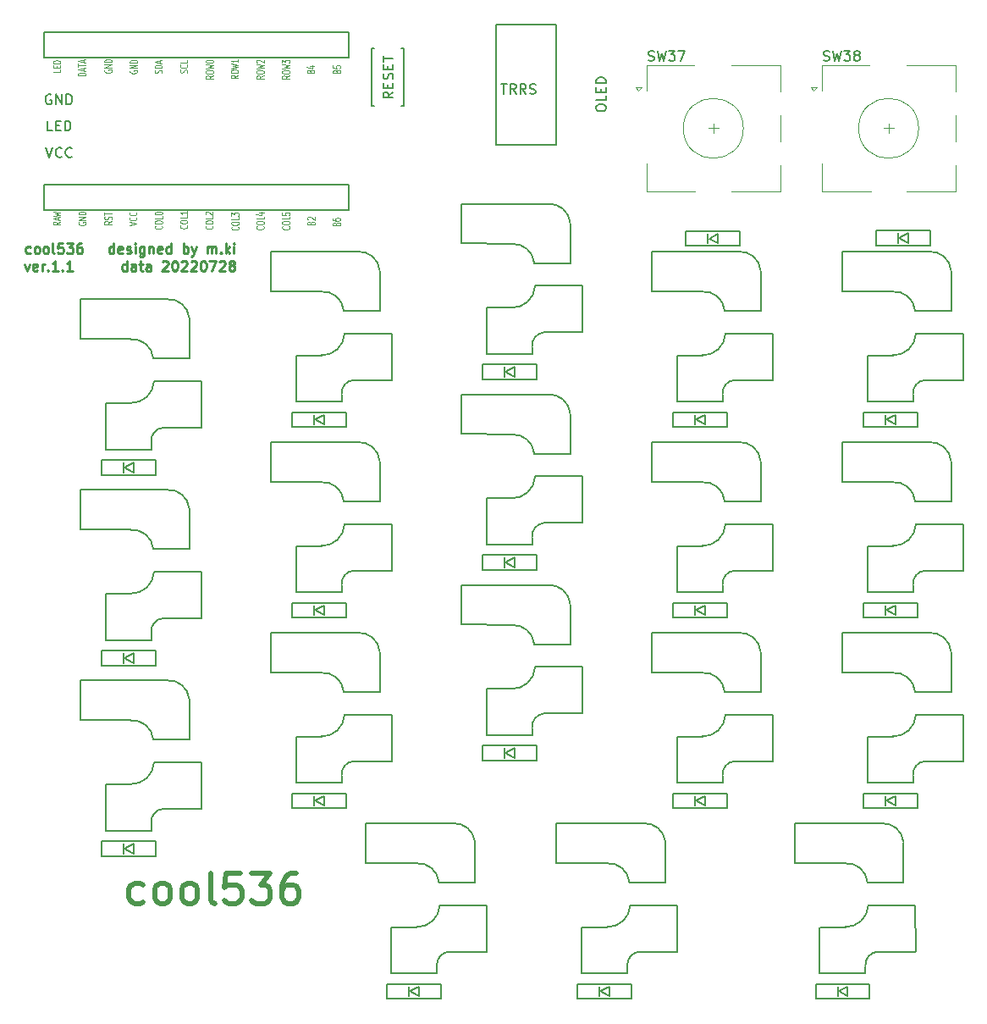
<source format=gbr>
G04 #@! TF.GenerationSoftware,KiCad,Pcbnew,(5.1.6-0-10_14)*
G04 #@! TF.CreationDate,2022-07-31T09:25:34+09:00*
G04 #@! TF.ProjectId,cool536,636f6f6c-3533-4362-9e6b-696361645f70,rev?*
G04 #@! TF.SameCoordinates,Original*
G04 #@! TF.FileFunction,Legend,Top*
G04 #@! TF.FilePolarity,Positive*
%FSLAX46Y46*%
G04 Gerber Fmt 4.6, Leading zero omitted, Abs format (unit mm)*
G04 Created by KiCad (PCBNEW (5.1.6-0-10_14)) date 2022-07-31 09:25:34*
%MOMM*%
%LPD*%
G01*
G04 APERTURE LIST*
%ADD10C,0.250000*%
%ADD11C,0.500000*%
%ADD12C,0.150000*%
%ADD13C,0.120000*%
%ADD14C,0.125000*%
G04 APERTURE END LIST*
D10*
X39757619Y-56859761D02*
X39662380Y-56907380D01*
X39471904Y-56907380D01*
X39376666Y-56859761D01*
X39329047Y-56812142D01*
X39281428Y-56716904D01*
X39281428Y-56431190D01*
X39329047Y-56335952D01*
X39376666Y-56288333D01*
X39471904Y-56240714D01*
X39662380Y-56240714D01*
X39757619Y-56288333D01*
X40329047Y-56907380D02*
X40233809Y-56859761D01*
X40186190Y-56812142D01*
X40138571Y-56716904D01*
X40138571Y-56431190D01*
X40186190Y-56335952D01*
X40233809Y-56288333D01*
X40329047Y-56240714D01*
X40471904Y-56240714D01*
X40567142Y-56288333D01*
X40614761Y-56335952D01*
X40662380Y-56431190D01*
X40662380Y-56716904D01*
X40614761Y-56812142D01*
X40567142Y-56859761D01*
X40471904Y-56907380D01*
X40329047Y-56907380D01*
X41233809Y-56907380D02*
X41138571Y-56859761D01*
X41090952Y-56812142D01*
X41043333Y-56716904D01*
X41043333Y-56431190D01*
X41090952Y-56335952D01*
X41138571Y-56288333D01*
X41233809Y-56240714D01*
X41376666Y-56240714D01*
X41471904Y-56288333D01*
X41519523Y-56335952D01*
X41567142Y-56431190D01*
X41567142Y-56716904D01*
X41519523Y-56812142D01*
X41471904Y-56859761D01*
X41376666Y-56907380D01*
X41233809Y-56907380D01*
X42138571Y-56907380D02*
X42043333Y-56859761D01*
X41995714Y-56764523D01*
X41995714Y-55907380D01*
X42995714Y-55907380D02*
X42519523Y-55907380D01*
X42471904Y-56383571D01*
X42519523Y-56335952D01*
X42614761Y-56288333D01*
X42852857Y-56288333D01*
X42948095Y-56335952D01*
X42995714Y-56383571D01*
X43043333Y-56478809D01*
X43043333Y-56716904D01*
X42995714Y-56812142D01*
X42948095Y-56859761D01*
X42852857Y-56907380D01*
X42614761Y-56907380D01*
X42519523Y-56859761D01*
X42471904Y-56812142D01*
X43376666Y-55907380D02*
X43995714Y-55907380D01*
X43662380Y-56288333D01*
X43805238Y-56288333D01*
X43900476Y-56335952D01*
X43948095Y-56383571D01*
X43995714Y-56478809D01*
X43995714Y-56716904D01*
X43948095Y-56812142D01*
X43900476Y-56859761D01*
X43805238Y-56907380D01*
X43519523Y-56907380D01*
X43424285Y-56859761D01*
X43376666Y-56812142D01*
X44852857Y-55907380D02*
X44662380Y-55907380D01*
X44567142Y-55955000D01*
X44519523Y-56002619D01*
X44424285Y-56145476D01*
X44376666Y-56335952D01*
X44376666Y-56716904D01*
X44424285Y-56812142D01*
X44471904Y-56859761D01*
X44567142Y-56907380D01*
X44757619Y-56907380D01*
X44852857Y-56859761D01*
X44900476Y-56812142D01*
X44948095Y-56716904D01*
X44948095Y-56478809D01*
X44900476Y-56383571D01*
X44852857Y-56335952D01*
X44757619Y-56288333D01*
X44567142Y-56288333D01*
X44471904Y-56335952D01*
X44424285Y-56383571D01*
X44376666Y-56478809D01*
X48090952Y-56907380D02*
X48090952Y-55907380D01*
X48090952Y-56859761D02*
X47995714Y-56907380D01*
X47805238Y-56907380D01*
X47710000Y-56859761D01*
X47662380Y-56812142D01*
X47614761Y-56716904D01*
X47614761Y-56431190D01*
X47662380Y-56335952D01*
X47710000Y-56288333D01*
X47805238Y-56240714D01*
X47995714Y-56240714D01*
X48090952Y-56288333D01*
X48948095Y-56859761D02*
X48852857Y-56907380D01*
X48662380Y-56907380D01*
X48567142Y-56859761D01*
X48519523Y-56764523D01*
X48519523Y-56383571D01*
X48567142Y-56288333D01*
X48662380Y-56240714D01*
X48852857Y-56240714D01*
X48948095Y-56288333D01*
X48995714Y-56383571D01*
X48995714Y-56478809D01*
X48519523Y-56574047D01*
X49376666Y-56859761D02*
X49471904Y-56907380D01*
X49662380Y-56907380D01*
X49757619Y-56859761D01*
X49805238Y-56764523D01*
X49805238Y-56716904D01*
X49757619Y-56621666D01*
X49662380Y-56574047D01*
X49519523Y-56574047D01*
X49424285Y-56526428D01*
X49376666Y-56431190D01*
X49376666Y-56383571D01*
X49424285Y-56288333D01*
X49519523Y-56240714D01*
X49662380Y-56240714D01*
X49757619Y-56288333D01*
X50233809Y-56907380D02*
X50233809Y-56240714D01*
X50233809Y-55907380D02*
X50186190Y-55955000D01*
X50233809Y-56002619D01*
X50281428Y-55955000D01*
X50233809Y-55907380D01*
X50233809Y-56002619D01*
X51138571Y-56240714D02*
X51138571Y-57050238D01*
X51090952Y-57145476D01*
X51043333Y-57193095D01*
X50948095Y-57240714D01*
X50805238Y-57240714D01*
X50710000Y-57193095D01*
X51138571Y-56859761D02*
X51043333Y-56907380D01*
X50852857Y-56907380D01*
X50757619Y-56859761D01*
X50710000Y-56812142D01*
X50662380Y-56716904D01*
X50662380Y-56431190D01*
X50710000Y-56335952D01*
X50757619Y-56288333D01*
X50852857Y-56240714D01*
X51043333Y-56240714D01*
X51138571Y-56288333D01*
X51614761Y-56240714D02*
X51614761Y-56907380D01*
X51614761Y-56335952D02*
X51662380Y-56288333D01*
X51757619Y-56240714D01*
X51900476Y-56240714D01*
X51995714Y-56288333D01*
X52043333Y-56383571D01*
X52043333Y-56907380D01*
X52900476Y-56859761D02*
X52805238Y-56907380D01*
X52614761Y-56907380D01*
X52519523Y-56859761D01*
X52471904Y-56764523D01*
X52471904Y-56383571D01*
X52519523Y-56288333D01*
X52614761Y-56240714D01*
X52805238Y-56240714D01*
X52900476Y-56288333D01*
X52948095Y-56383571D01*
X52948095Y-56478809D01*
X52471904Y-56574047D01*
X53805238Y-56907380D02*
X53805238Y-55907380D01*
X53805238Y-56859761D02*
X53710000Y-56907380D01*
X53519523Y-56907380D01*
X53424285Y-56859761D01*
X53376666Y-56812142D01*
X53329047Y-56716904D01*
X53329047Y-56431190D01*
X53376666Y-56335952D01*
X53424285Y-56288333D01*
X53519523Y-56240714D01*
X53710000Y-56240714D01*
X53805238Y-56288333D01*
X55043333Y-56907380D02*
X55043333Y-55907380D01*
X55043333Y-56288333D02*
X55138571Y-56240714D01*
X55329047Y-56240714D01*
X55424285Y-56288333D01*
X55471904Y-56335952D01*
X55519523Y-56431190D01*
X55519523Y-56716904D01*
X55471904Y-56812142D01*
X55424285Y-56859761D01*
X55329047Y-56907380D01*
X55138571Y-56907380D01*
X55043333Y-56859761D01*
X55852857Y-56240714D02*
X56090952Y-56907380D01*
X56329047Y-56240714D02*
X56090952Y-56907380D01*
X55995714Y-57145476D01*
X55948095Y-57193095D01*
X55852857Y-57240714D01*
X57471904Y-56907380D02*
X57471904Y-56240714D01*
X57471904Y-56335952D02*
X57519523Y-56288333D01*
X57614761Y-56240714D01*
X57757619Y-56240714D01*
X57852857Y-56288333D01*
X57900476Y-56383571D01*
X57900476Y-56907380D01*
X57900476Y-56383571D02*
X57948095Y-56288333D01*
X58043333Y-56240714D01*
X58186190Y-56240714D01*
X58281428Y-56288333D01*
X58329047Y-56383571D01*
X58329047Y-56907380D01*
X58805238Y-56812142D02*
X58852857Y-56859761D01*
X58805238Y-56907380D01*
X58757619Y-56859761D01*
X58805238Y-56812142D01*
X58805238Y-56907380D01*
X59281428Y-56907380D02*
X59281428Y-55907380D01*
X59376666Y-56526428D02*
X59662380Y-56907380D01*
X59662380Y-56240714D02*
X59281428Y-56621666D01*
X60090952Y-56907380D02*
X60090952Y-56240714D01*
X60090952Y-55907380D02*
X60043333Y-55955000D01*
X60090952Y-56002619D01*
X60138571Y-55955000D01*
X60090952Y-55907380D01*
X60090952Y-56002619D01*
X39186190Y-57990714D02*
X39424285Y-58657380D01*
X39662380Y-57990714D01*
X40424285Y-58609761D02*
X40329047Y-58657380D01*
X40138571Y-58657380D01*
X40043333Y-58609761D01*
X39995714Y-58514523D01*
X39995714Y-58133571D01*
X40043333Y-58038333D01*
X40138571Y-57990714D01*
X40329047Y-57990714D01*
X40424285Y-58038333D01*
X40471904Y-58133571D01*
X40471904Y-58228809D01*
X39995714Y-58324047D01*
X40900476Y-58657380D02*
X40900476Y-57990714D01*
X40900476Y-58181190D02*
X40948095Y-58085952D01*
X40995714Y-58038333D01*
X41090952Y-57990714D01*
X41186190Y-57990714D01*
X41519523Y-58562142D02*
X41567142Y-58609761D01*
X41519523Y-58657380D01*
X41471904Y-58609761D01*
X41519523Y-58562142D01*
X41519523Y-58657380D01*
X42519523Y-58657380D02*
X41948095Y-58657380D01*
X42233809Y-58657380D02*
X42233809Y-57657380D01*
X42138571Y-57800238D01*
X42043333Y-57895476D01*
X41948095Y-57943095D01*
X42948095Y-58562142D02*
X42995714Y-58609761D01*
X42948095Y-58657380D01*
X42900476Y-58609761D01*
X42948095Y-58562142D01*
X42948095Y-58657380D01*
X43948095Y-58657380D02*
X43376666Y-58657380D01*
X43662380Y-58657380D02*
X43662380Y-57657380D01*
X43567142Y-57800238D01*
X43471904Y-57895476D01*
X43376666Y-57943095D01*
X49376666Y-58657380D02*
X49376666Y-57657380D01*
X49376666Y-58609761D02*
X49281428Y-58657380D01*
X49090952Y-58657380D01*
X48995714Y-58609761D01*
X48948095Y-58562142D01*
X48900476Y-58466904D01*
X48900476Y-58181190D01*
X48948095Y-58085952D01*
X48995714Y-58038333D01*
X49090952Y-57990714D01*
X49281428Y-57990714D01*
X49376666Y-58038333D01*
X50281428Y-58657380D02*
X50281428Y-58133571D01*
X50233809Y-58038333D01*
X50138571Y-57990714D01*
X49948095Y-57990714D01*
X49852857Y-58038333D01*
X50281428Y-58609761D02*
X50186190Y-58657380D01*
X49948095Y-58657380D01*
X49852857Y-58609761D01*
X49805238Y-58514523D01*
X49805238Y-58419285D01*
X49852857Y-58324047D01*
X49948095Y-58276428D01*
X50186190Y-58276428D01*
X50281428Y-58228809D01*
X50614761Y-57990714D02*
X50995714Y-57990714D01*
X50757619Y-57657380D02*
X50757619Y-58514523D01*
X50805238Y-58609761D01*
X50900476Y-58657380D01*
X50995714Y-58657380D01*
X51757619Y-58657380D02*
X51757619Y-58133571D01*
X51709999Y-58038333D01*
X51614761Y-57990714D01*
X51424285Y-57990714D01*
X51329047Y-58038333D01*
X51757619Y-58609761D02*
X51662380Y-58657380D01*
X51424285Y-58657380D01*
X51329047Y-58609761D01*
X51281428Y-58514523D01*
X51281428Y-58419285D01*
X51329047Y-58324047D01*
X51424285Y-58276428D01*
X51662380Y-58276428D01*
X51757619Y-58228809D01*
X52948095Y-57752619D02*
X52995714Y-57705000D01*
X53090952Y-57657380D01*
X53329047Y-57657380D01*
X53424285Y-57705000D01*
X53471904Y-57752619D01*
X53519523Y-57847857D01*
X53519523Y-57943095D01*
X53471904Y-58085952D01*
X52900476Y-58657380D01*
X53519523Y-58657380D01*
X54138571Y-57657380D02*
X54233809Y-57657380D01*
X54329047Y-57705000D01*
X54376666Y-57752619D01*
X54424285Y-57847857D01*
X54471904Y-58038333D01*
X54471904Y-58276428D01*
X54424285Y-58466904D01*
X54376666Y-58562142D01*
X54329047Y-58609761D01*
X54233809Y-58657380D01*
X54138571Y-58657380D01*
X54043333Y-58609761D01*
X53995714Y-58562142D01*
X53948095Y-58466904D01*
X53900476Y-58276428D01*
X53900476Y-58038333D01*
X53948095Y-57847857D01*
X53995714Y-57752619D01*
X54043333Y-57705000D01*
X54138571Y-57657380D01*
X54852857Y-57752619D02*
X54900476Y-57705000D01*
X54995714Y-57657380D01*
X55233809Y-57657380D01*
X55329047Y-57705000D01*
X55376666Y-57752619D01*
X55424285Y-57847857D01*
X55424285Y-57943095D01*
X55376666Y-58085952D01*
X54805238Y-58657380D01*
X55424285Y-58657380D01*
X55805238Y-57752619D02*
X55852857Y-57705000D01*
X55948095Y-57657380D01*
X56186190Y-57657380D01*
X56281428Y-57705000D01*
X56329047Y-57752619D01*
X56376666Y-57847857D01*
X56376666Y-57943095D01*
X56329047Y-58085952D01*
X55757619Y-58657380D01*
X56376666Y-58657380D01*
X56995714Y-57657380D02*
X57090952Y-57657380D01*
X57186190Y-57705000D01*
X57233809Y-57752619D01*
X57281428Y-57847857D01*
X57329047Y-58038333D01*
X57329047Y-58276428D01*
X57281428Y-58466904D01*
X57233809Y-58562142D01*
X57186190Y-58609761D01*
X57090952Y-58657380D01*
X56995714Y-58657380D01*
X56900476Y-58609761D01*
X56852857Y-58562142D01*
X56805238Y-58466904D01*
X56757619Y-58276428D01*
X56757619Y-58038333D01*
X56805238Y-57847857D01*
X56852857Y-57752619D01*
X56900476Y-57705000D01*
X56995714Y-57657380D01*
X57662380Y-57657380D02*
X58329047Y-57657380D01*
X57900476Y-58657380D01*
X58662380Y-57752619D02*
X58709999Y-57705000D01*
X58805238Y-57657380D01*
X59043333Y-57657380D01*
X59138571Y-57705000D01*
X59186190Y-57752619D01*
X59233809Y-57847857D01*
X59233809Y-57943095D01*
X59186190Y-58085952D01*
X58614761Y-58657380D01*
X59233809Y-58657380D01*
X59805238Y-58085952D02*
X59709999Y-58038333D01*
X59662380Y-57990714D01*
X59614761Y-57895476D01*
X59614761Y-57847857D01*
X59662380Y-57752619D01*
X59709999Y-57705000D01*
X59805238Y-57657380D01*
X59995714Y-57657380D01*
X60090952Y-57705000D01*
X60138571Y-57752619D01*
X60186190Y-57847857D01*
X60186190Y-57895476D01*
X60138571Y-57990714D01*
X60090952Y-58038333D01*
X59995714Y-58085952D01*
X59805238Y-58085952D01*
X59709999Y-58133571D01*
X59662380Y-58181190D01*
X59614761Y-58276428D01*
X59614761Y-58466904D01*
X59662380Y-58562142D01*
X59709999Y-58609761D01*
X59805238Y-58657380D01*
X59995714Y-58657380D01*
X60090952Y-58609761D01*
X60138571Y-58562142D01*
X60186190Y-58466904D01*
X60186190Y-58276428D01*
X60138571Y-58181190D01*
X60090952Y-58133571D01*
X59995714Y-58085952D01*
D11*
X51038571Y-121754285D02*
X50752857Y-121897142D01*
X50181428Y-121897142D01*
X49895714Y-121754285D01*
X49752857Y-121611428D01*
X49610000Y-121325714D01*
X49610000Y-120468571D01*
X49752857Y-120182857D01*
X49895714Y-120040000D01*
X50181428Y-119897142D01*
X50752857Y-119897142D01*
X51038571Y-120040000D01*
X52752857Y-121897142D02*
X52467142Y-121754285D01*
X52324285Y-121611428D01*
X52181428Y-121325714D01*
X52181428Y-120468571D01*
X52324285Y-120182857D01*
X52467142Y-120040000D01*
X52752857Y-119897142D01*
X53181428Y-119897142D01*
X53467142Y-120040000D01*
X53610000Y-120182857D01*
X53752857Y-120468571D01*
X53752857Y-121325714D01*
X53610000Y-121611428D01*
X53467142Y-121754285D01*
X53181428Y-121897142D01*
X52752857Y-121897142D01*
X55467142Y-121897142D02*
X55181428Y-121754285D01*
X55038571Y-121611428D01*
X54895714Y-121325714D01*
X54895714Y-120468571D01*
X55038571Y-120182857D01*
X55181428Y-120040000D01*
X55467142Y-119897142D01*
X55895714Y-119897142D01*
X56181428Y-120040000D01*
X56324285Y-120182857D01*
X56467142Y-120468571D01*
X56467142Y-121325714D01*
X56324285Y-121611428D01*
X56181428Y-121754285D01*
X55895714Y-121897142D01*
X55467142Y-121897142D01*
X58181428Y-121897142D02*
X57895714Y-121754285D01*
X57752857Y-121468571D01*
X57752857Y-118897142D01*
X60752857Y-118897142D02*
X59324285Y-118897142D01*
X59181428Y-120325714D01*
X59324285Y-120182857D01*
X59610000Y-120040000D01*
X60324285Y-120040000D01*
X60610000Y-120182857D01*
X60752857Y-120325714D01*
X60895714Y-120611428D01*
X60895714Y-121325714D01*
X60752857Y-121611428D01*
X60610000Y-121754285D01*
X60324285Y-121897142D01*
X59610000Y-121897142D01*
X59324285Y-121754285D01*
X59181428Y-121611428D01*
X61895714Y-118897142D02*
X63752857Y-118897142D01*
X62752857Y-120040000D01*
X63181428Y-120040000D01*
X63467142Y-120182857D01*
X63610000Y-120325714D01*
X63752857Y-120611428D01*
X63752857Y-121325714D01*
X63610000Y-121611428D01*
X63467142Y-121754285D01*
X63181428Y-121897142D01*
X62324285Y-121897142D01*
X62038571Y-121754285D01*
X61895714Y-121611428D01*
X66324285Y-118897142D02*
X65752857Y-118897142D01*
X65467142Y-119040000D01*
X65324285Y-119182857D01*
X65038571Y-119611428D01*
X64895714Y-120182857D01*
X64895714Y-121325714D01*
X65038571Y-121611428D01*
X65181428Y-121754285D01*
X65467142Y-121897142D01*
X66038571Y-121897142D01*
X66324285Y-121754285D01*
X66467142Y-121611428D01*
X66610000Y-121325714D01*
X66610000Y-120611428D01*
X66467142Y-120325714D01*
X66324285Y-120182857D01*
X66038571Y-120040000D01*
X65467142Y-120040000D01*
X65181428Y-120182857D01*
X65038571Y-120325714D01*
X64895714Y-120611428D01*
D12*
X89930000Y-104370000D02*
X89930000Y-105070000D01*
X94925000Y-98270000D02*
X94950000Y-102870000D01*
X85350000Y-100470000D02*
X85350000Y-105070000D01*
X91150000Y-102895000D02*
X94925000Y-102895000D01*
X90225000Y-98245000D02*
X94925000Y-98245000D01*
X85375000Y-100445000D02*
X87925000Y-100445000D01*
X85375000Y-105095000D02*
X89925000Y-105095000D01*
X82850000Y-94020000D02*
X87900000Y-94066000D01*
X82850000Y-93974000D02*
X82850000Y-90066000D01*
X82850000Y-90066000D02*
X91475000Y-90066000D01*
X93750000Y-92020000D02*
X93750000Y-95965000D01*
X93750000Y-95974000D02*
X90140000Y-95974000D01*
X89930000Y-104320000D02*
G75*
G02*
X91150000Y-102900000I1320000J100000D01*
G01*
X90220000Y-98270000D02*
G75*
G02*
X87850000Y-100440000I-2270000J100000D01*
G01*
X90135000Y-95950000D02*
G75*
G03*
X87875000Y-94070000I-2070000J-190000D01*
G01*
X93739000Y-91950000D02*
G75*
G03*
X91475000Y-90066000I-2074000J-190000D01*
G01*
X55650000Y-86449000D02*
X52040000Y-86449000D01*
X55650000Y-82495000D02*
X55650000Y-86440000D01*
X44750000Y-80541000D02*
X53375000Y-80541000D01*
X44750000Y-84449000D02*
X44750000Y-80541000D01*
X44750000Y-84495000D02*
X49800000Y-84541000D01*
X47275000Y-95570000D02*
X51825000Y-95570000D01*
X47275000Y-90920000D02*
X49825000Y-90920000D01*
X52125000Y-88720000D02*
X56825000Y-88720000D01*
X53050000Y-93370000D02*
X56825000Y-93370000D01*
X47250000Y-90945000D02*
X47250000Y-95545000D01*
X56825000Y-88745000D02*
X56850000Y-93345000D01*
X51830000Y-94845000D02*
X51830000Y-95545000D01*
X55639000Y-82425000D02*
G75*
G03*
X53375000Y-80541000I-2074000J-190000D01*
G01*
X52035000Y-86425000D02*
G75*
G03*
X49775000Y-84545000I-2070000J-190000D01*
G01*
X52120000Y-88745000D02*
G75*
G02*
X49750000Y-90915000I-2270000J100000D01*
G01*
X51830000Y-94795000D02*
G75*
G02*
X53050000Y-93375000I1320000J100000D01*
G01*
X70880000Y-90082500D02*
X70880000Y-90782500D01*
X75875000Y-83982500D02*
X75900000Y-88582500D01*
X66300000Y-86182500D02*
X66300000Y-90782500D01*
X72100000Y-88607500D02*
X75875000Y-88607500D01*
X71175000Y-83957500D02*
X75875000Y-83957500D01*
X66325000Y-86157500D02*
X68875000Y-86157500D01*
X66325000Y-90807500D02*
X70875000Y-90807500D01*
X63800000Y-79732500D02*
X68850000Y-79778500D01*
X63800000Y-79686500D02*
X63800000Y-75778500D01*
X63800000Y-75778500D02*
X72425000Y-75778500D01*
X74700000Y-77732500D02*
X74700000Y-81677500D01*
X74700000Y-81686500D02*
X71090000Y-81686500D01*
X70880000Y-90032500D02*
G75*
G02*
X72100000Y-88612500I1320000J100000D01*
G01*
X71170000Y-83982500D02*
G75*
G02*
X68800000Y-86152500I-2270000J100000D01*
G01*
X71085000Y-81662500D02*
G75*
G03*
X68825000Y-79782500I-2070000J-190000D01*
G01*
X74689000Y-77662500D02*
G75*
G03*
X72425000Y-75778500I-2074000J-190000D01*
G01*
X77060000Y-42140000D02*
X76810000Y-42140000D01*
X77060000Y-36440000D02*
X77060000Y-42140000D01*
X77060000Y-36440000D02*
X76810000Y-36440000D01*
X73860000Y-36440000D02*
X74110000Y-36440000D01*
X73860000Y-42140000D02*
X74110000Y-42140000D01*
X73860000Y-36440000D02*
X73860000Y-42140000D01*
X71300000Y-72782499D02*
X71300000Y-74282499D01*
X65900000Y-72782499D02*
X71300000Y-72782499D01*
X65900000Y-74282499D02*
X65900000Y-72782499D01*
X71300000Y-74282499D02*
X65900000Y-74282499D01*
X68100000Y-74032499D02*
X68100000Y-73032499D01*
X69100000Y-73032499D02*
X68200000Y-73532499D01*
X69100000Y-74032499D02*
X69100000Y-73032499D01*
X68200000Y-73532499D02*
X69100000Y-74032499D01*
X86350000Y-46070000D02*
X86350000Y-34070000D01*
X92350000Y-46070000D02*
X86350000Y-46070000D01*
X92350000Y-34070000D02*
X92350000Y-46070000D01*
X86350000Y-34070000D02*
X92350000Y-34070000D01*
X108980000Y-90082500D02*
X108980000Y-90782500D01*
X113975000Y-83982500D02*
X114000000Y-88582500D01*
X104400000Y-86182500D02*
X104400000Y-90782500D01*
X110200000Y-88607500D02*
X113975000Y-88607500D01*
X109275000Y-83957500D02*
X113975000Y-83957500D01*
X104425000Y-86157500D02*
X106975000Y-86157500D01*
X104425000Y-90807500D02*
X108975000Y-90807500D01*
X101900000Y-79732500D02*
X106950000Y-79778500D01*
X101900000Y-79686500D02*
X101900000Y-75778500D01*
X101900000Y-75778500D02*
X110525000Y-75778500D01*
X112800000Y-77732500D02*
X112800000Y-81677500D01*
X112800000Y-81686500D02*
X109190000Y-81686500D01*
X108980000Y-90032500D02*
G75*
G02*
X110200000Y-88612500I1320000J100000D01*
G01*
X109270000Y-83982500D02*
G75*
G02*
X106900000Y-86152500I-2270000J100000D01*
G01*
X109185000Y-81662500D02*
G75*
G03*
X106925000Y-79782500I-2070000J-190000D01*
G01*
X112789000Y-77662500D02*
G75*
G03*
X110525000Y-75778500I-2074000J-190000D01*
G01*
X103275000Y-119786500D02*
X99665000Y-119786500D01*
X103275000Y-115832500D02*
X103275000Y-119777500D01*
X92375000Y-113878500D02*
X101000000Y-113878500D01*
X92375000Y-117786500D02*
X92375000Y-113878500D01*
X92375000Y-117832500D02*
X97425000Y-117878500D01*
X94900000Y-128907500D02*
X99450000Y-128907500D01*
X94900000Y-124257500D02*
X97450000Y-124257500D01*
X99750000Y-122057500D02*
X104450000Y-122057500D01*
X100675000Y-126707500D02*
X104450000Y-126707500D01*
X94875000Y-124282500D02*
X94875000Y-128882500D01*
X104450000Y-122082500D02*
X104475000Y-126682500D01*
X99455000Y-128182500D02*
X99455000Y-128882500D01*
X103264000Y-115762500D02*
G75*
G03*
X101000000Y-113878500I-2074000J-190000D01*
G01*
X99660000Y-119762500D02*
G75*
G03*
X97400000Y-117882500I-2070000J-190000D01*
G01*
X99745000Y-122082500D02*
G75*
G02*
X97375000Y-124252500I-2270000J100000D01*
G01*
X99455000Y-128132500D02*
G75*
G02*
X100675000Y-126712500I1320000J100000D01*
G01*
X84225000Y-119786500D02*
X80615000Y-119786500D01*
X84225000Y-115832500D02*
X84225000Y-119777500D01*
X73325000Y-113878500D02*
X81950000Y-113878500D01*
X73325000Y-117786500D02*
X73325000Y-113878500D01*
X73325000Y-117832500D02*
X78375000Y-117878500D01*
X75850000Y-128907500D02*
X80400000Y-128907500D01*
X75850000Y-124257500D02*
X78400000Y-124257500D01*
X80700000Y-122057500D02*
X85400000Y-122057500D01*
X81625000Y-126707500D02*
X85400000Y-126707500D01*
X75825000Y-124282500D02*
X75825000Y-128882500D01*
X85400000Y-122082500D02*
X85425000Y-126682500D01*
X80405000Y-128182500D02*
X80405000Y-128882500D01*
X84214000Y-115762500D02*
G75*
G03*
X81950000Y-113878500I-2074000J-190000D01*
G01*
X80610000Y-119762500D02*
G75*
G03*
X78350000Y-117882500I-2070000J-190000D01*
G01*
X80695000Y-122082500D02*
G75*
G02*
X78325000Y-124252500I-2270000J100000D01*
G01*
X80405000Y-128132500D02*
G75*
G02*
X81625000Y-126712500I1320000J100000D01*
G01*
X128030000Y-109132500D02*
X128030000Y-109832500D01*
X133025000Y-103032500D02*
X133050000Y-107632500D01*
X123450000Y-105232500D02*
X123450000Y-109832500D01*
X129250000Y-107657500D02*
X133025000Y-107657500D01*
X128325000Y-103007500D02*
X133025000Y-103007500D01*
X123475000Y-105207500D02*
X126025000Y-105207500D01*
X123475000Y-109857500D02*
X128025000Y-109857500D01*
X120950000Y-98782500D02*
X126000000Y-98828500D01*
X120950000Y-98736500D02*
X120950000Y-94828500D01*
X120950000Y-94828500D02*
X129575000Y-94828500D01*
X131850000Y-96782500D02*
X131850000Y-100727500D01*
X131850000Y-100736500D02*
X128240000Y-100736500D01*
X128030000Y-109082500D02*
G75*
G02*
X129250000Y-107662500I1320000J100000D01*
G01*
X128320000Y-103032500D02*
G75*
G02*
X125950000Y-105202500I-2270000J100000D01*
G01*
X128235000Y-100712500D02*
G75*
G03*
X125975000Y-98832500I-2070000J-190000D01*
G01*
X131839000Y-96712500D02*
G75*
G03*
X129575000Y-94828500I-2074000J-190000D01*
G01*
X128030000Y-71032499D02*
X128030000Y-71732499D01*
X133025000Y-64932499D02*
X133050000Y-69532499D01*
X123450000Y-67132499D02*
X123450000Y-71732499D01*
X129250000Y-69557499D02*
X133025000Y-69557499D01*
X128325000Y-64907499D02*
X133025000Y-64907499D01*
X123475000Y-67107499D02*
X126025000Y-67107499D01*
X123475000Y-71757499D02*
X128025000Y-71757499D01*
X120950000Y-60682499D02*
X126000000Y-60728499D01*
X120950000Y-60636499D02*
X120950000Y-56728499D01*
X120950000Y-56728499D02*
X129575000Y-56728499D01*
X131850000Y-58682499D02*
X131850000Y-62627499D01*
X131850000Y-62636499D02*
X128240000Y-62636499D01*
X128030000Y-70982499D02*
G75*
G02*
X129250000Y-69562499I1320000J100000D01*
G01*
X128320000Y-64932499D02*
G75*
G02*
X125950000Y-67102499I-2270000J100000D01*
G01*
X128235000Y-62612499D02*
G75*
G03*
X125975000Y-60732499I-2070000J-190000D01*
G01*
X131839000Y-58612499D02*
G75*
G03*
X129575000Y-56728499I-2074000J-190000D01*
G01*
X74700000Y-100736500D02*
X71090000Y-100736500D01*
X74700000Y-96782500D02*
X74700000Y-100727500D01*
X63800000Y-94828500D02*
X72425000Y-94828500D01*
X63800000Y-98736500D02*
X63800000Y-94828500D01*
X63800000Y-98782500D02*
X68850000Y-98828500D01*
X66325000Y-109857500D02*
X70875000Y-109857500D01*
X66325000Y-105207500D02*
X68875000Y-105207500D01*
X71175000Y-103007500D02*
X75875000Y-103007500D01*
X72100000Y-107657500D02*
X75875000Y-107657500D01*
X66300000Y-105232500D02*
X66300000Y-109832500D01*
X75875000Y-103032500D02*
X75900000Y-107632500D01*
X70880000Y-109132500D02*
X70880000Y-109832500D01*
X74689000Y-96712500D02*
G75*
G03*
X72425000Y-94828500I-2074000J-190000D01*
G01*
X71085000Y-100712500D02*
G75*
G03*
X68825000Y-98832500I-2070000J-190000D01*
G01*
X71170000Y-103032500D02*
G75*
G02*
X68800000Y-105202500I-2270000J100000D01*
G01*
X70880000Y-109082500D02*
G75*
G02*
X72100000Y-107662500I1320000J100000D01*
G01*
X108980000Y-109132500D02*
X108980000Y-109832500D01*
X113975000Y-103032500D02*
X114000000Y-107632500D01*
X104400000Y-105232500D02*
X104400000Y-109832500D01*
X110200000Y-107657500D02*
X113975000Y-107657500D01*
X109275000Y-103007500D02*
X113975000Y-103007500D01*
X104425000Y-105207500D02*
X106975000Y-105207500D01*
X104425000Y-109857500D02*
X108975000Y-109857500D01*
X101900000Y-98782500D02*
X106950000Y-98828500D01*
X101900000Y-98736500D02*
X101900000Y-94828500D01*
X101900000Y-94828500D02*
X110525000Y-94828500D01*
X112800000Y-96782500D02*
X112800000Y-100727500D01*
X112800000Y-100736500D02*
X109190000Y-100736500D01*
X108980000Y-109082500D02*
G75*
G02*
X110200000Y-107662500I1320000J100000D01*
G01*
X109270000Y-103032500D02*
G75*
G02*
X106900000Y-105202500I-2270000J100000D01*
G01*
X109185000Y-100712500D02*
G75*
G03*
X106925000Y-98832500I-2070000J-190000D01*
G01*
X112789000Y-96712500D02*
G75*
G03*
X110525000Y-94828500I-2074000J-190000D01*
G01*
X128030000Y-90082500D02*
X128030000Y-90782500D01*
X133025000Y-83982500D02*
X133050000Y-88582500D01*
X123450000Y-86182500D02*
X123450000Y-90782500D01*
X129250000Y-88607500D02*
X133025000Y-88607500D01*
X128325000Y-83957500D02*
X133025000Y-83957500D01*
X123475000Y-86157500D02*
X126025000Y-86157500D01*
X123475000Y-90807500D02*
X128025000Y-90807500D01*
X120950000Y-79732500D02*
X126000000Y-79778500D01*
X120950000Y-79686500D02*
X120950000Y-75778500D01*
X120950000Y-75778500D02*
X129575000Y-75778500D01*
X131850000Y-77732500D02*
X131850000Y-81677500D01*
X131850000Y-81686500D02*
X128240000Y-81686500D01*
X128030000Y-90032500D02*
G75*
G02*
X129250000Y-88612500I1320000J100000D01*
G01*
X128320000Y-83982500D02*
G75*
G02*
X125950000Y-86152500I-2270000J100000D01*
G01*
X128235000Y-81662500D02*
G75*
G03*
X125975000Y-79782500I-2070000J-190000D01*
G01*
X131839000Y-77662500D02*
G75*
G03*
X129575000Y-75778500I-2074000J-190000D01*
G01*
X51830000Y-113895000D02*
X51830000Y-114595000D01*
X56825000Y-107795000D02*
X56850000Y-112395000D01*
X47250000Y-109995000D02*
X47250000Y-114595000D01*
X53050000Y-112420000D02*
X56825000Y-112420000D01*
X52125000Y-107770000D02*
X56825000Y-107770000D01*
X47275000Y-109970000D02*
X49825000Y-109970000D01*
X47275000Y-114620000D02*
X51825000Y-114620000D01*
X44750000Y-103545000D02*
X49800000Y-103591000D01*
X44750000Y-103499000D02*
X44750000Y-99591000D01*
X44750000Y-99591000D02*
X53375000Y-99591000D01*
X55650000Y-101545000D02*
X55650000Y-105490000D01*
X55650000Y-105499000D02*
X52040000Y-105499000D01*
X51830000Y-113845000D02*
G75*
G02*
X53050000Y-112425000I1320000J100000D01*
G01*
X52120000Y-107795000D02*
G75*
G02*
X49750000Y-109965000I-2270000J100000D01*
G01*
X52035000Y-105475000D02*
G75*
G03*
X49775000Y-103595000I-2070000J-190000D01*
G01*
X55639000Y-101475000D02*
G75*
G03*
X53375000Y-99591000I-2074000J-190000D01*
G01*
X89930000Y-85320000D02*
X89930000Y-86020000D01*
X94925000Y-79220000D02*
X94950000Y-83820000D01*
X85350000Y-81420000D02*
X85350000Y-86020000D01*
X91150000Y-83845000D02*
X94925000Y-83845000D01*
X90225000Y-79195000D02*
X94925000Y-79195000D01*
X85375000Y-81395000D02*
X87925000Y-81395000D01*
X85375000Y-86045000D02*
X89925000Y-86045000D01*
X82850000Y-74970000D02*
X87900000Y-75016000D01*
X82850000Y-74924000D02*
X82850000Y-71016000D01*
X82850000Y-71016000D02*
X91475000Y-71016000D01*
X93750000Y-72970000D02*
X93750000Y-76915000D01*
X93750000Y-76924000D02*
X90140000Y-76924000D01*
X89930000Y-85270000D02*
G75*
G02*
X91150000Y-83850000I1320000J100000D01*
G01*
X90220000Y-79220000D02*
G75*
G02*
X87850000Y-81390000I-2270000J100000D01*
G01*
X90135000Y-76900000D02*
G75*
G03*
X87875000Y-75020000I-2070000J-190000D01*
G01*
X93739000Y-72900000D02*
G75*
G03*
X91475000Y-71016000I-2074000J-190000D01*
G01*
X109400000Y-91832500D02*
X109400000Y-93332500D01*
X104000000Y-91832500D02*
X109400000Y-91832500D01*
X104000000Y-93332500D02*
X104000000Y-91832500D01*
X109400000Y-93332500D02*
X104000000Y-93332500D01*
X106200000Y-93082500D02*
X106200000Y-92082500D01*
X107200000Y-92082500D02*
X106300000Y-92582500D01*
X107200000Y-93082500D02*
X107200000Y-92082500D01*
X106300000Y-92582500D02*
X107200000Y-93082500D01*
X128450000Y-91832500D02*
X128450000Y-93332500D01*
X123050000Y-91832500D02*
X128450000Y-91832500D01*
X123050000Y-93332500D02*
X123050000Y-91832500D01*
X128450000Y-93332500D02*
X123050000Y-93332500D01*
X125250000Y-93082500D02*
X125250000Y-92082500D01*
X126250000Y-92082500D02*
X125350000Y-92582500D01*
X126250000Y-93082500D02*
X126250000Y-92082500D01*
X125350000Y-92582500D02*
X126250000Y-93082500D01*
X99875000Y-129932500D02*
X99875000Y-131432500D01*
X94475000Y-129932500D02*
X99875000Y-129932500D01*
X94475000Y-131432500D02*
X94475000Y-129932500D01*
X99875000Y-131432500D02*
X94475000Y-131432500D01*
X96675000Y-131182500D02*
X96675000Y-130182500D01*
X97675000Y-130182500D02*
X96775000Y-130682500D01*
X97675000Y-131182500D02*
X97675000Y-130182500D01*
X96775000Y-130682500D02*
X97675000Y-131182500D01*
X123688000Y-129932500D02*
X123688000Y-131432500D01*
X118288000Y-129932500D02*
X123688000Y-129932500D01*
X118288000Y-131432500D02*
X118288000Y-129932500D01*
X123688000Y-131432500D02*
X118288000Y-131432500D01*
X120488000Y-131182500D02*
X120488000Y-130182500D01*
X121488000Y-130182500D02*
X120588000Y-130682500D01*
X121488000Y-131182500D02*
X121488000Y-130182500D01*
X120588000Y-130682500D02*
X121488000Y-131182500D01*
X110720000Y-56170000D02*
X110720000Y-54670000D01*
X105320000Y-56170000D02*
X110720000Y-56170000D01*
X105320000Y-54670000D02*
X105320000Y-56170000D01*
X110720000Y-54670000D02*
X105320000Y-54670000D01*
X107520000Y-54920000D02*
X107520000Y-55920000D01*
X108520000Y-55920000D02*
X107620000Y-55420000D01*
X108520000Y-54920000D02*
X108520000Y-55920000D01*
X107620000Y-55420000D02*
X108520000Y-54920000D01*
X129760000Y-56150000D02*
X129760000Y-54650000D01*
X124360000Y-56150000D02*
X129760000Y-56150000D01*
X124360000Y-54650000D02*
X124360000Y-56150000D01*
X129760000Y-54650000D02*
X124360000Y-54650000D01*
X126560000Y-54900000D02*
X126560000Y-55900000D01*
X127560000Y-55900000D02*
X126660000Y-55400000D01*
X127560000Y-54900000D02*
X127560000Y-55900000D01*
X126660000Y-55400000D02*
X127560000Y-54900000D01*
D13*
X128590000Y-44410000D02*
G75*
G03*
X128590000Y-44410000I-3000000J0D01*
G01*
X127390000Y-38110000D02*
X132290000Y-38110000D01*
X132290000Y-50710000D02*
X127390000Y-50710000D01*
X123790000Y-50710000D02*
X118890000Y-50710000D01*
X118890000Y-50710000D02*
X118890000Y-47910000D01*
X123690000Y-38110000D02*
X118890000Y-38110000D01*
X118890000Y-38110000D02*
X118890000Y-40610000D01*
X118090000Y-40610000D02*
X117790000Y-40310000D01*
X117790000Y-40310000D02*
X118390000Y-40310000D01*
X118390000Y-40310000D02*
X118090000Y-40610000D01*
X132290000Y-38110000D02*
X132290000Y-40710000D01*
X132290000Y-43110000D02*
X132290000Y-45710000D01*
X132290000Y-48110000D02*
X132290000Y-50710000D01*
X125590000Y-43910000D02*
X125590000Y-44910000D01*
X125090000Y-44410000D02*
X126090000Y-44410000D01*
X111060000Y-44410000D02*
G75*
G03*
X111060000Y-44410000I-3000000J0D01*
G01*
X109860000Y-38110000D02*
X114760000Y-38110000D01*
X114760000Y-50710000D02*
X109860000Y-50710000D01*
X106260000Y-50710000D02*
X101360000Y-50710000D01*
X101360000Y-50710000D02*
X101360000Y-47910000D01*
X106160000Y-38110000D02*
X101360000Y-38110000D01*
X101360000Y-38110000D02*
X101360000Y-40610000D01*
X100560000Y-40610000D02*
X100260000Y-40310000D01*
X100260000Y-40310000D02*
X100860000Y-40310000D01*
X100860000Y-40310000D02*
X100560000Y-40610000D01*
X114760000Y-38110000D02*
X114760000Y-40710000D01*
X114760000Y-43110000D02*
X114760000Y-45710000D01*
X114760000Y-48110000D02*
X114760000Y-50710000D01*
X108060000Y-43910000D02*
X108060000Y-44910000D01*
X107560000Y-44410000D02*
X108560000Y-44410000D01*
D12*
X52250000Y-115645000D02*
X52250000Y-117145000D01*
X46850000Y-115645000D02*
X52250000Y-115645000D01*
X46850000Y-117145000D02*
X46850000Y-115645000D01*
X52250000Y-117145000D02*
X46850000Y-117145000D01*
X49050000Y-116895000D02*
X49050000Y-115895000D01*
X50050000Y-115895000D02*
X49150000Y-116395000D01*
X50050000Y-116895000D02*
X50050000Y-115895000D01*
X49150000Y-116395000D02*
X50050000Y-116895000D01*
X90350000Y-68020000D02*
X90350000Y-69520000D01*
X84950000Y-68020000D02*
X90350000Y-68020000D01*
X84950000Y-69520000D02*
X84950000Y-68020000D01*
X90350000Y-69520000D02*
X84950000Y-69520000D01*
X87150000Y-69270000D02*
X87150000Y-68270000D01*
X88150000Y-68270000D02*
X87250000Y-68770000D01*
X88150000Y-69270000D02*
X88150000Y-68270000D01*
X87250000Y-68770000D02*
X88150000Y-69270000D01*
X109400000Y-72782499D02*
X109400000Y-74282499D01*
X104000000Y-72782499D02*
X109400000Y-72782499D01*
X104000000Y-74282499D02*
X104000000Y-72782499D01*
X109400000Y-74282499D02*
X104000000Y-74282499D01*
X106200000Y-74032499D02*
X106200000Y-73032499D01*
X107200000Y-73032499D02*
X106300000Y-73532499D01*
X107200000Y-74032499D02*
X107200000Y-73032499D01*
X106300000Y-73532499D02*
X107200000Y-74032499D01*
X52250000Y-96595000D02*
X52250000Y-98095000D01*
X46850000Y-96595000D02*
X52250000Y-96595000D01*
X46850000Y-98095000D02*
X46850000Y-96595000D01*
X52250000Y-98095000D02*
X46850000Y-98095000D01*
X49050000Y-97845000D02*
X49050000Y-96845000D01*
X50050000Y-96845000D02*
X49150000Y-97345000D01*
X50050000Y-97845000D02*
X50050000Y-96845000D01*
X49150000Y-97345000D02*
X50050000Y-97845000D01*
X128450000Y-72782499D02*
X128450000Y-74282499D01*
X123050000Y-72782499D02*
X128450000Y-72782499D01*
X123050000Y-74282499D02*
X123050000Y-72782499D01*
X128450000Y-74282499D02*
X123050000Y-74282499D01*
X125250000Y-74032499D02*
X125250000Y-73032499D01*
X126250000Y-73032499D02*
X125350000Y-73532499D01*
X126250000Y-74032499D02*
X126250000Y-73032499D01*
X125350000Y-73532499D02*
X126250000Y-74032499D01*
X90350000Y-87070000D02*
X90350000Y-88570000D01*
X84950000Y-87070000D02*
X90350000Y-87070000D01*
X84950000Y-88570000D02*
X84950000Y-87070000D01*
X90350000Y-88570000D02*
X84950000Y-88570000D01*
X87150000Y-88320000D02*
X87150000Y-87320000D01*
X88150000Y-87320000D02*
X87250000Y-87820000D01*
X88150000Y-88320000D02*
X88150000Y-87320000D01*
X87250000Y-87820000D02*
X88150000Y-88320000D01*
X71300000Y-91832500D02*
X71300000Y-93332500D01*
X65900000Y-91832500D02*
X71300000Y-91832500D01*
X65900000Y-93332500D02*
X65900000Y-91832500D01*
X71300000Y-93332500D02*
X65900000Y-93332500D01*
X68100000Y-93082500D02*
X68100000Y-92082500D01*
X69100000Y-92082500D02*
X68200000Y-92582500D01*
X69100000Y-93082500D02*
X69100000Y-92082500D01*
X68200000Y-92582500D02*
X69100000Y-93082500D01*
X71300000Y-110882500D02*
X71300000Y-112382500D01*
X65900000Y-110882500D02*
X71300000Y-110882500D01*
X65900000Y-112382500D02*
X65900000Y-110882500D01*
X71300000Y-112382500D02*
X65900000Y-112382500D01*
X68100000Y-112132500D02*
X68100000Y-111132500D01*
X69100000Y-111132500D02*
X68200000Y-111632500D01*
X69100000Y-112132500D02*
X69100000Y-111132500D01*
X68200000Y-111632500D02*
X69100000Y-112132500D01*
X90350000Y-106120000D02*
X90350000Y-107620000D01*
X84950000Y-106120000D02*
X90350000Y-106120000D01*
X84950000Y-107620000D02*
X84950000Y-106120000D01*
X90350000Y-107620000D02*
X84950000Y-107620000D01*
X87150000Y-107370000D02*
X87150000Y-106370000D01*
X88150000Y-106370000D02*
X87250000Y-106870000D01*
X88150000Y-107370000D02*
X88150000Y-106370000D01*
X87250000Y-106870000D02*
X88150000Y-107370000D01*
X109400000Y-110882500D02*
X109400000Y-112382500D01*
X104000000Y-110882500D02*
X109400000Y-110882500D01*
X104000000Y-112382500D02*
X104000000Y-110882500D01*
X109400000Y-112382500D02*
X104000000Y-112382500D01*
X106200000Y-112132500D02*
X106200000Y-111132500D01*
X107200000Y-111132500D02*
X106300000Y-111632500D01*
X107200000Y-112132500D02*
X107200000Y-111132500D01*
X106300000Y-111632500D02*
X107200000Y-112132500D01*
X128450000Y-110882500D02*
X128450000Y-112382500D01*
X123050000Y-110882500D02*
X128450000Y-110882500D01*
X123050000Y-112382500D02*
X123050000Y-110882500D01*
X128450000Y-112382500D02*
X123050000Y-112382500D01*
X125250000Y-112132500D02*
X125250000Y-111132500D01*
X126250000Y-111132500D02*
X125350000Y-111632500D01*
X126250000Y-112132500D02*
X126250000Y-111132500D01*
X125350000Y-111632500D02*
X126250000Y-112132500D01*
X80825000Y-129932500D02*
X80825000Y-131432500D01*
X75425000Y-129932500D02*
X80825000Y-129932500D01*
X75425000Y-131432500D02*
X75425000Y-129932500D01*
X80825000Y-131432500D02*
X75425000Y-131432500D01*
X77625000Y-131182500D02*
X77625000Y-130182500D01*
X78625000Y-130182500D02*
X77725000Y-130682500D01*
X78625000Y-131182500D02*
X78625000Y-130182500D01*
X77725000Y-130682500D02*
X78625000Y-131182500D01*
X41152000Y-52543600D02*
X41152000Y-50003600D01*
X41152000Y-50003600D02*
X71632000Y-50003600D01*
X71632000Y-50003600D02*
X71632000Y-52543600D01*
X71632000Y-52543600D02*
X41152000Y-52543600D01*
X41152000Y-37323600D02*
X41152000Y-34783600D01*
X41152000Y-34783600D02*
X71632000Y-34783600D01*
X71632000Y-34783600D02*
X71632000Y-37323600D01*
X71632000Y-37323600D02*
X41152000Y-37323600D01*
X52250000Y-77545000D02*
X52250000Y-79045000D01*
X46850000Y-77545000D02*
X52250000Y-77545000D01*
X46850000Y-79045000D02*
X46850000Y-77545000D01*
X52250000Y-79045000D02*
X46850000Y-79045000D01*
X49050000Y-78795000D02*
X49050000Y-77795000D01*
X50050000Y-77795000D02*
X49150000Y-78295000D01*
X50050000Y-78795000D02*
X50050000Y-77795000D01*
X49150000Y-78295000D02*
X50050000Y-78795000D01*
X123268000Y-128182500D02*
X123268000Y-128882500D01*
X128263000Y-122082500D02*
X128288000Y-126682500D01*
X118688000Y-124282500D02*
X118688000Y-128882500D01*
X124488000Y-126707500D02*
X128263000Y-126707500D01*
X123563000Y-122057500D02*
X128263000Y-122057500D01*
X118713000Y-124257500D02*
X121263000Y-124257500D01*
X118713000Y-128907500D02*
X123263000Y-128907500D01*
X116188000Y-117832500D02*
X121238000Y-117878500D01*
X116188000Y-117786500D02*
X116188000Y-113878500D01*
X116188000Y-113878500D02*
X124813000Y-113878500D01*
X127088000Y-115832500D02*
X127088000Y-119777500D01*
X127088000Y-119786500D02*
X123478000Y-119786500D01*
X123268000Y-128132500D02*
G75*
G02*
X124488000Y-126712500I1320000J100000D01*
G01*
X123558000Y-122082500D02*
G75*
G02*
X121188000Y-124252500I-2270000J100000D01*
G01*
X123473000Y-119762500D02*
G75*
G03*
X121213000Y-117882500I-2070000J-190000D01*
G01*
X127077000Y-115762500D02*
G75*
G03*
X124813000Y-113878500I-2074000J-190000D01*
G01*
X74700000Y-62636499D02*
X71090000Y-62636499D01*
X74700000Y-58682499D02*
X74700000Y-62627499D01*
X63800000Y-56728499D02*
X72425000Y-56728499D01*
X63800000Y-60636499D02*
X63800000Y-56728499D01*
X63800000Y-60682499D02*
X68850000Y-60728499D01*
X66325000Y-71757499D02*
X70875000Y-71757499D01*
X66325000Y-67107499D02*
X68875000Y-67107499D01*
X71175000Y-64907499D02*
X75875000Y-64907499D01*
X72100000Y-69557499D02*
X75875000Y-69557499D01*
X66300000Y-67132499D02*
X66300000Y-71732499D01*
X75875000Y-64932499D02*
X75900000Y-69532499D01*
X70880000Y-71032499D02*
X70880000Y-71732499D01*
X74689000Y-58612499D02*
G75*
G03*
X72425000Y-56728499I-2074000J-190000D01*
G01*
X71085000Y-62612499D02*
G75*
G03*
X68825000Y-60732499I-2070000J-190000D01*
G01*
X71170000Y-64932499D02*
G75*
G02*
X68800000Y-67102499I-2270000J100000D01*
G01*
X70880000Y-70982499D02*
G75*
G02*
X72100000Y-69562499I1320000J100000D01*
G01*
X93750000Y-57874000D02*
X90140000Y-57874000D01*
X93750000Y-53920000D02*
X93750000Y-57865000D01*
X82850000Y-51966000D02*
X91475000Y-51966000D01*
X82850000Y-55874000D02*
X82850000Y-51966000D01*
X82850000Y-55920000D02*
X87900000Y-55966000D01*
X85375000Y-66995000D02*
X89925000Y-66995000D01*
X85375000Y-62345000D02*
X87925000Y-62345000D01*
X90225000Y-60145000D02*
X94925000Y-60145000D01*
X91150000Y-64795000D02*
X94925000Y-64795000D01*
X85350000Y-62370000D02*
X85350000Y-66970000D01*
X94925000Y-60170000D02*
X94950000Y-64770000D01*
X89930000Y-66270000D02*
X89930000Y-66970000D01*
X93739000Y-53850000D02*
G75*
G03*
X91475000Y-51966000I-2074000J-190000D01*
G01*
X90135000Y-57850000D02*
G75*
G03*
X87875000Y-55970000I-2070000J-190000D01*
G01*
X90220000Y-60170000D02*
G75*
G02*
X87850000Y-62340000I-2270000J100000D01*
G01*
X89930000Y-66220000D02*
G75*
G02*
X91150000Y-64800000I1320000J100000D01*
G01*
X112800000Y-62636499D02*
X109190000Y-62636499D01*
X112800000Y-58682499D02*
X112800000Y-62627499D01*
X101900000Y-56728499D02*
X110525000Y-56728499D01*
X101900000Y-60636499D02*
X101900000Y-56728499D01*
X101900000Y-60682499D02*
X106950000Y-60728499D01*
X104425000Y-71757499D02*
X108975000Y-71757499D01*
X104425000Y-67107499D02*
X106975000Y-67107499D01*
X109275000Y-64907499D02*
X113975000Y-64907499D01*
X110200000Y-69557499D02*
X113975000Y-69557499D01*
X104400000Y-67132499D02*
X104400000Y-71732499D01*
X113975000Y-64932499D02*
X114000000Y-69532499D01*
X108980000Y-71032499D02*
X108980000Y-71732499D01*
X112789000Y-58612499D02*
G75*
G03*
X110525000Y-56728499I-2074000J-190000D01*
G01*
X109185000Y-62612499D02*
G75*
G03*
X106925000Y-60732499I-2070000J-190000D01*
G01*
X109270000Y-64932499D02*
G75*
G02*
X106900000Y-67102499I-2270000J100000D01*
G01*
X108980000Y-70982499D02*
G75*
G02*
X110200000Y-69562499I1320000J100000D01*
G01*
X55650000Y-67399000D02*
X52040000Y-67399000D01*
X55650000Y-63445000D02*
X55650000Y-67390000D01*
X44750000Y-61491000D02*
X53375000Y-61491000D01*
X44750000Y-65399000D02*
X44750000Y-61491000D01*
X44750000Y-65445000D02*
X49800000Y-65491000D01*
X47275000Y-76520000D02*
X51825000Y-76520000D01*
X47275000Y-71870000D02*
X49825000Y-71870000D01*
X52125000Y-69670000D02*
X56825000Y-69670000D01*
X53050000Y-74320000D02*
X56825000Y-74320000D01*
X47250000Y-71895000D02*
X47250000Y-76495000D01*
X56825000Y-69695000D02*
X56850000Y-74295000D01*
X51830000Y-75795000D02*
X51830000Y-76495000D01*
X55639000Y-63375000D02*
G75*
G03*
X53375000Y-61491000I-2074000J-190000D01*
G01*
X52035000Y-67375000D02*
G75*
G03*
X49775000Y-65495000I-2070000J-190000D01*
G01*
X52120000Y-69695000D02*
G75*
G02*
X49750000Y-71865000I-2270000J100000D01*
G01*
X51830000Y-75745000D02*
G75*
G02*
X53050000Y-74325000I1320000J100000D01*
G01*
X76032380Y-40782380D02*
X75556190Y-41115714D01*
X76032380Y-41353809D02*
X75032380Y-41353809D01*
X75032380Y-40972857D01*
X75080000Y-40877619D01*
X75127619Y-40830000D01*
X75222857Y-40782380D01*
X75365714Y-40782380D01*
X75460952Y-40830000D01*
X75508571Y-40877619D01*
X75556190Y-40972857D01*
X75556190Y-41353809D01*
X75508571Y-40353809D02*
X75508571Y-40020476D01*
X76032380Y-39877619D02*
X76032380Y-40353809D01*
X75032380Y-40353809D01*
X75032380Y-39877619D01*
X75984761Y-39496666D02*
X76032380Y-39353809D01*
X76032380Y-39115714D01*
X75984761Y-39020476D01*
X75937142Y-38972857D01*
X75841904Y-38925238D01*
X75746666Y-38925238D01*
X75651428Y-38972857D01*
X75603809Y-39020476D01*
X75556190Y-39115714D01*
X75508571Y-39306190D01*
X75460952Y-39401428D01*
X75413333Y-39449047D01*
X75318095Y-39496666D01*
X75222857Y-39496666D01*
X75127619Y-39449047D01*
X75080000Y-39401428D01*
X75032380Y-39306190D01*
X75032380Y-39068095D01*
X75080000Y-38925238D01*
X75508571Y-38496666D02*
X75508571Y-38163333D01*
X76032380Y-38020476D02*
X76032380Y-38496666D01*
X75032380Y-38496666D01*
X75032380Y-38020476D01*
X75032380Y-37734761D02*
X75032380Y-37163333D01*
X76032380Y-37449047D02*
X75032380Y-37449047D01*
X86838095Y-39972380D02*
X87409523Y-39972380D01*
X87123809Y-40972380D02*
X87123809Y-39972380D01*
X88314285Y-40972380D02*
X87980952Y-40496190D01*
X87742857Y-40972380D02*
X87742857Y-39972380D01*
X88123809Y-39972380D01*
X88219047Y-40020000D01*
X88266666Y-40067619D01*
X88314285Y-40162857D01*
X88314285Y-40305714D01*
X88266666Y-40400952D01*
X88219047Y-40448571D01*
X88123809Y-40496190D01*
X87742857Y-40496190D01*
X89314285Y-40972380D02*
X88980952Y-40496190D01*
X88742857Y-40972380D02*
X88742857Y-39972380D01*
X89123809Y-39972380D01*
X89219047Y-40020000D01*
X89266666Y-40067619D01*
X89314285Y-40162857D01*
X89314285Y-40305714D01*
X89266666Y-40400952D01*
X89219047Y-40448571D01*
X89123809Y-40496190D01*
X88742857Y-40496190D01*
X89695238Y-40924761D02*
X89838095Y-40972380D01*
X90076190Y-40972380D01*
X90171428Y-40924761D01*
X90219047Y-40877142D01*
X90266666Y-40781904D01*
X90266666Y-40686666D01*
X90219047Y-40591428D01*
X90171428Y-40543809D01*
X90076190Y-40496190D01*
X89885714Y-40448571D01*
X89790476Y-40400952D01*
X89742857Y-40353333D01*
X89695238Y-40258095D01*
X89695238Y-40162857D01*
X89742857Y-40067619D01*
X89790476Y-40020000D01*
X89885714Y-39972380D01*
X90123809Y-39972380D01*
X90266666Y-40020000D01*
X119080476Y-37614761D02*
X119223333Y-37662380D01*
X119461428Y-37662380D01*
X119556666Y-37614761D01*
X119604285Y-37567142D01*
X119651904Y-37471904D01*
X119651904Y-37376666D01*
X119604285Y-37281428D01*
X119556666Y-37233809D01*
X119461428Y-37186190D01*
X119270952Y-37138571D01*
X119175714Y-37090952D01*
X119128095Y-37043333D01*
X119080476Y-36948095D01*
X119080476Y-36852857D01*
X119128095Y-36757619D01*
X119175714Y-36710000D01*
X119270952Y-36662380D01*
X119509047Y-36662380D01*
X119651904Y-36710000D01*
X119985238Y-36662380D02*
X120223333Y-37662380D01*
X120413809Y-36948095D01*
X120604285Y-37662380D01*
X120842380Y-36662380D01*
X121128095Y-36662380D02*
X121747142Y-36662380D01*
X121413809Y-37043333D01*
X121556666Y-37043333D01*
X121651904Y-37090952D01*
X121699523Y-37138571D01*
X121747142Y-37233809D01*
X121747142Y-37471904D01*
X121699523Y-37567142D01*
X121651904Y-37614761D01*
X121556666Y-37662380D01*
X121270952Y-37662380D01*
X121175714Y-37614761D01*
X121128095Y-37567142D01*
X122318571Y-37090952D02*
X122223333Y-37043333D01*
X122175714Y-36995714D01*
X122128095Y-36900476D01*
X122128095Y-36852857D01*
X122175714Y-36757619D01*
X122223333Y-36710000D01*
X122318571Y-36662380D01*
X122509047Y-36662380D01*
X122604285Y-36710000D01*
X122651904Y-36757619D01*
X122699523Y-36852857D01*
X122699523Y-36900476D01*
X122651904Y-36995714D01*
X122604285Y-37043333D01*
X122509047Y-37090952D01*
X122318571Y-37090952D01*
X122223333Y-37138571D01*
X122175714Y-37186190D01*
X122128095Y-37281428D01*
X122128095Y-37471904D01*
X122175714Y-37567142D01*
X122223333Y-37614761D01*
X122318571Y-37662380D01*
X122509047Y-37662380D01*
X122604285Y-37614761D01*
X122651904Y-37567142D01*
X122699523Y-37471904D01*
X122699523Y-37281428D01*
X122651904Y-37186190D01*
X122604285Y-37138571D01*
X122509047Y-37090952D01*
X101550476Y-37614761D02*
X101693333Y-37662380D01*
X101931428Y-37662380D01*
X102026666Y-37614761D01*
X102074285Y-37567142D01*
X102121904Y-37471904D01*
X102121904Y-37376666D01*
X102074285Y-37281428D01*
X102026666Y-37233809D01*
X101931428Y-37186190D01*
X101740952Y-37138571D01*
X101645714Y-37090952D01*
X101598095Y-37043333D01*
X101550476Y-36948095D01*
X101550476Y-36852857D01*
X101598095Y-36757619D01*
X101645714Y-36710000D01*
X101740952Y-36662380D01*
X101979047Y-36662380D01*
X102121904Y-36710000D01*
X102455238Y-36662380D02*
X102693333Y-37662380D01*
X102883809Y-36948095D01*
X103074285Y-37662380D01*
X103312380Y-36662380D01*
X103598095Y-36662380D02*
X104217142Y-36662380D01*
X103883809Y-37043333D01*
X104026666Y-37043333D01*
X104121904Y-37090952D01*
X104169523Y-37138571D01*
X104217142Y-37233809D01*
X104217142Y-37471904D01*
X104169523Y-37567142D01*
X104121904Y-37614761D01*
X104026666Y-37662380D01*
X103740952Y-37662380D01*
X103645714Y-37614761D01*
X103598095Y-37567142D01*
X104550476Y-36662380D02*
X105217142Y-36662380D01*
X104788571Y-37662380D01*
X41828095Y-41070000D02*
X41732857Y-41022380D01*
X41590000Y-41022380D01*
X41447142Y-41070000D01*
X41351904Y-41165238D01*
X41304285Y-41260476D01*
X41256666Y-41450952D01*
X41256666Y-41593809D01*
X41304285Y-41784285D01*
X41351904Y-41879523D01*
X41447142Y-41974761D01*
X41590000Y-42022380D01*
X41685238Y-42022380D01*
X41828095Y-41974761D01*
X41875714Y-41927142D01*
X41875714Y-41593809D01*
X41685238Y-41593809D01*
X42304285Y-42022380D02*
X42304285Y-41022380D01*
X42875714Y-42022380D01*
X42875714Y-41022380D01*
X43351904Y-42022380D02*
X43351904Y-41022380D01*
X43590000Y-41022380D01*
X43732857Y-41070000D01*
X43828095Y-41165238D01*
X43875714Y-41260476D01*
X43923333Y-41450952D01*
X43923333Y-41593809D01*
X43875714Y-41784285D01*
X43828095Y-41879523D01*
X43732857Y-41974761D01*
X43590000Y-42022380D01*
X43351904Y-42022380D01*
X41957142Y-44662380D02*
X41480952Y-44662380D01*
X41480952Y-43662380D01*
X42290476Y-44138571D02*
X42623809Y-44138571D01*
X42766666Y-44662380D02*
X42290476Y-44662380D01*
X42290476Y-43662380D01*
X42766666Y-43662380D01*
X43195238Y-44662380D02*
X43195238Y-43662380D01*
X43433333Y-43662380D01*
X43576190Y-43710000D01*
X43671428Y-43805238D01*
X43719047Y-43900476D01*
X43766666Y-44090952D01*
X43766666Y-44233809D01*
X43719047Y-44424285D01*
X43671428Y-44519523D01*
X43576190Y-44614761D01*
X43433333Y-44662380D01*
X43195238Y-44662380D01*
X41316666Y-46332380D02*
X41650000Y-47332380D01*
X41983333Y-46332380D01*
X42888095Y-47237142D02*
X42840476Y-47284761D01*
X42697619Y-47332380D01*
X42602380Y-47332380D01*
X42459523Y-47284761D01*
X42364285Y-47189523D01*
X42316666Y-47094285D01*
X42269047Y-46903809D01*
X42269047Y-46760952D01*
X42316666Y-46570476D01*
X42364285Y-46475238D01*
X42459523Y-46380000D01*
X42602380Y-46332380D01*
X42697619Y-46332380D01*
X42840476Y-46380000D01*
X42888095Y-46427619D01*
X43888095Y-47237142D02*
X43840476Y-47284761D01*
X43697619Y-47332380D01*
X43602380Y-47332380D01*
X43459523Y-47284761D01*
X43364285Y-47189523D01*
X43316666Y-47094285D01*
X43269047Y-46903809D01*
X43269047Y-46760952D01*
X43316666Y-46570476D01*
X43364285Y-46475238D01*
X43459523Y-46380000D01*
X43602380Y-46332380D01*
X43697619Y-46332380D01*
X43840476Y-46380000D01*
X43888095Y-46427619D01*
X96332380Y-42462380D02*
X96332380Y-42271904D01*
X96380000Y-42176666D01*
X96475238Y-42081428D01*
X96665714Y-42033809D01*
X96999047Y-42033809D01*
X97189523Y-42081428D01*
X97284761Y-42176666D01*
X97332380Y-42271904D01*
X97332380Y-42462380D01*
X97284761Y-42557619D01*
X97189523Y-42652857D01*
X96999047Y-42700476D01*
X96665714Y-42700476D01*
X96475238Y-42652857D01*
X96380000Y-42557619D01*
X96332380Y-42462380D01*
X97332380Y-41129047D02*
X97332380Y-41605238D01*
X96332380Y-41605238D01*
X96808571Y-40795714D02*
X96808571Y-40462380D01*
X97332380Y-40319523D02*
X97332380Y-40795714D01*
X96332380Y-40795714D01*
X96332380Y-40319523D01*
X97332380Y-39890952D02*
X96332380Y-39890952D01*
X96332380Y-39652857D01*
X96380000Y-39510000D01*
X96475238Y-39414761D01*
X96570476Y-39367142D01*
X96760952Y-39319523D01*
X96903809Y-39319523D01*
X97094285Y-39367142D01*
X97189523Y-39414761D01*
X97284761Y-39510000D01*
X97332380Y-39652857D01*
X97332380Y-39890952D01*
D14*
X42761285Y-53770738D02*
X42404142Y-53937404D01*
X42761285Y-54056452D02*
X42011285Y-54056452D01*
X42011285Y-53865976D01*
X42047000Y-53818357D01*
X42082714Y-53794547D01*
X42154142Y-53770738D01*
X42261285Y-53770738D01*
X42332714Y-53794547D01*
X42368428Y-53818357D01*
X42404142Y-53865976D01*
X42404142Y-54056452D01*
X42547000Y-53580261D02*
X42547000Y-53342166D01*
X42761285Y-53627880D02*
X42011285Y-53461214D01*
X42761285Y-53294547D01*
X42011285Y-53175500D02*
X42761285Y-53056452D01*
X42225571Y-52961214D01*
X42761285Y-52865976D01*
X42011285Y-52746928D01*
X42761285Y-38531428D02*
X42761285Y-38769523D01*
X42011285Y-38769523D01*
X42368428Y-38364761D02*
X42368428Y-38198095D01*
X42761285Y-38126666D02*
X42761285Y-38364761D01*
X42011285Y-38364761D01*
X42011285Y-38126666D01*
X42761285Y-37912380D02*
X42011285Y-37912380D01*
X42011285Y-37793333D01*
X42047000Y-37721904D01*
X42118428Y-37674285D01*
X42189857Y-37650476D01*
X42332714Y-37626666D01*
X42439857Y-37626666D01*
X42582714Y-37650476D01*
X42654142Y-37674285D01*
X42725571Y-37721904D01*
X42761285Y-37793333D01*
X42761285Y-37912380D01*
X44587000Y-53806452D02*
X44551285Y-53854071D01*
X44551285Y-53925500D01*
X44587000Y-53996928D01*
X44658428Y-54044547D01*
X44729857Y-54068357D01*
X44872714Y-54092166D01*
X44979857Y-54092166D01*
X45122714Y-54068357D01*
X45194142Y-54044547D01*
X45265571Y-53996928D01*
X45301285Y-53925500D01*
X45301285Y-53877880D01*
X45265571Y-53806452D01*
X45229857Y-53782642D01*
X44979857Y-53782642D01*
X44979857Y-53877880D01*
X45301285Y-53568357D02*
X44551285Y-53568357D01*
X45301285Y-53282642D01*
X44551285Y-53282642D01*
X45301285Y-53044547D02*
X44551285Y-53044547D01*
X44551285Y-52925500D01*
X44587000Y-52854071D01*
X44658428Y-52806452D01*
X44729857Y-52782642D01*
X44872714Y-52758833D01*
X44979857Y-52758833D01*
X45122714Y-52782642D01*
X45194142Y-52806452D01*
X45265571Y-52854071D01*
X45301285Y-52925500D01*
X45301285Y-53044547D01*
X45289285Y-39110000D02*
X44539285Y-39110000D01*
X44539285Y-38990952D01*
X44575000Y-38919523D01*
X44646428Y-38871904D01*
X44717857Y-38848095D01*
X44860714Y-38824285D01*
X44967857Y-38824285D01*
X45110714Y-38848095D01*
X45182142Y-38871904D01*
X45253571Y-38919523D01*
X45289285Y-38990952D01*
X45289285Y-39110000D01*
X45075000Y-38633809D02*
X45075000Y-38395714D01*
X45289285Y-38681428D02*
X44539285Y-38514761D01*
X45289285Y-38348095D01*
X44539285Y-38252857D02*
X44539285Y-37967142D01*
X45289285Y-38110000D02*
X44539285Y-38110000D01*
X45075000Y-37824285D02*
X45075000Y-37586190D01*
X45289285Y-37871904D02*
X44539285Y-37705238D01*
X45289285Y-37538571D01*
X47904785Y-53699309D02*
X47547642Y-53865976D01*
X47904785Y-53985023D02*
X47154785Y-53985023D01*
X47154785Y-53794547D01*
X47190500Y-53746928D01*
X47226214Y-53723119D01*
X47297642Y-53699309D01*
X47404785Y-53699309D01*
X47476214Y-53723119D01*
X47511928Y-53746928D01*
X47547642Y-53794547D01*
X47547642Y-53985023D01*
X47869071Y-53508833D02*
X47904785Y-53437404D01*
X47904785Y-53318357D01*
X47869071Y-53270738D01*
X47833357Y-53246928D01*
X47761928Y-53223119D01*
X47690500Y-53223119D01*
X47619071Y-53246928D01*
X47583357Y-53270738D01*
X47547642Y-53318357D01*
X47511928Y-53413595D01*
X47476214Y-53461214D01*
X47440500Y-53485023D01*
X47369071Y-53508833D01*
X47297642Y-53508833D01*
X47226214Y-53485023D01*
X47190500Y-53461214D01*
X47154785Y-53413595D01*
X47154785Y-53294547D01*
X47190500Y-53223119D01*
X47154785Y-53080261D02*
X47154785Y-52794547D01*
X47904785Y-52937404D02*
X47154785Y-52937404D01*
X47190500Y-38566452D02*
X47154785Y-38614071D01*
X47154785Y-38685500D01*
X47190500Y-38756928D01*
X47261928Y-38804547D01*
X47333357Y-38828357D01*
X47476214Y-38852166D01*
X47583357Y-38852166D01*
X47726214Y-38828357D01*
X47797642Y-38804547D01*
X47869071Y-38756928D01*
X47904785Y-38685500D01*
X47904785Y-38637880D01*
X47869071Y-38566452D01*
X47833357Y-38542642D01*
X47583357Y-38542642D01*
X47583357Y-38637880D01*
X47904785Y-38328357D02*
X47154785Y-38328357D01*
X47904785Y-38042642D01*
X47154785Y-38042642D01*
X47904785Y-37804547D02*
X47154785Y-37804547D01*
X47154785Y-37685500D01*
X47190500Y-37614071D01*
X47261928Y-37566452D01*
X47333357Y-37542642D01*
X47476214Y-37518833D01*
X47583357Y-37518833D01*
X47726214Y-37542642D01*
X47797642Y-37566452D01*
X47869071Y-37614071D01*
X47904785Y-37685500D01*
X47904785Y-37804547D01*
X49631285Y-54092166D02*
X50381285Y-53925500D01*
X49631285Y-53758833D01*
X50309857Y-53306452D02*
X50345571Y-53330261D01*
X50381285Y-53401690D01*
X50381285Y-53449309D01*
X50345571Y-53520738D01*
X50274142Y-53568357D01*
X50202714Y-53592166D01*
X50059857Y-53615976D01*
X49952714Y-53615976D01*
X49809857Y-53592166D01*
X49738428Y-53568357D01*
X49667000Y-53520738D01*
X49631285Y-53449309D01*
X49631285Y-53401690D01*
X49667000Y-53330261D01*
X49702714Y-53306452D01*
X50309857Y-52806452D02*
X50345571Y-52830261D01*
X50381285Y-52901690D01*
X50381285Y-52949309D01*
X50345571Y-53020738D01*
X50274142Y-53068357D01*
X50202714Y-53092166D01*
X50059857Y-53115976D01*
X49952714Y-53115976D01*
X49809857Y-53092166D01*
X49738428Y-53068357D01*
X49667000Y-53020738D01*
X49631285Y-52949309D01*
X49631285Y-52901690D01*
X49667000Y-52830261D01*
X49702714Y-52806452D01*
X49730500Y-38629952D02*
X49694785Y-38677571D01*
X49694785Y-38749000D01*
X49730500Y-38820428D01*
X49801928Y-38868047D01*
X49873357Y-38891857D01*
X50016214Y-38915666D01*
X50123357Y-38915666D01*
X50266214Y-38891857D01*
X50337642Y-38868047D01*
X50409071Y-38820428D01*
X50444785Y-38749000D01*
X50444785Y-38701380D01*
X50409071Y-38629952D01*
X50373357Y-38606142D01*
X50123357Y-38606142D01*
X50123357Y-38701380D01*
X50444785Y-38391857D02*
X49694785Y-38391857D01*
X50444785Y-38106142D01*
X49694785Y-38106142D01*
X50444785Y-37868047D02*
X49694785Y-37868047D01*
X49694785Y-37749000D01*
X49730500Y-37677571D01*
X49801928Y-37629952D01*
X49873357Y-37606142D01*
X50016214Y-37582333D01*
X50123357Y-37582333D01*
X50266214Y-37606142D01*
X50337642Y-37629952D01*
X50409071Y-37677571D01*
X50444785Y-37749000D01*
X50444785Y-37868047D01*
X60517857Y-54257619D02*
X60553571Y-54281428D01*
X60589285Y-54352857D01*
X60589285Y-54400476D01*
X60553571Y-54471904D01*
X60482142Y-54519523D01*
X60410714Y-54543333D01*
X60267857Y-54567142D01*
X60160714Y-54567142D01*
X60017857Y-54543333D01*
X59946428Y-54519523D01*
X59875000Y-54471904D01*
X59839285Y-54400476D01*
X59839285Y-54352857D01*
X59875000Y-54281428D01*
X59910714Y-54257619D01*
X59839285Y-53948095D02*
X59839285Y-53852857D01*
X59875000Y-53805238D01*
X59946428Y-53757619D01*
X60089285Y-53733809D01*
X60339285Y-53733809D01*
X60482142Y-53757619D01*
X60553571Y-53805238D01*
X60589285Y-53852857D01*
X60589285Y-53948095D01*
X60553571Y-53995714D01*
X60482142Y-54043333D01*
X60339285Y-54067142D01*
X60089285Y-54067142D01*
X59946428Y-54043333D01*
X59875000Y-53995714D01*
X59839285Y-53948095D01*
X60589285Y-53281428D02*
X60589285Y-53519523D01*
X59839285Y-53519523D01*
X59839285Y-53162380D02*
X59839285Y-52852857D01*
X60125000Y-53019523D01*
X60125000Y-52948095D01*
X60160714Y-52900476D01*
X60196428Y-52876666D01*
X60267857Y-52852857D01*
X60446428Y-52852857D01*
X60517857Y-52876666D01*
X60553571Y-52900476D01*
X60589285Y-52948095D01*
X60589285Y-53090952D01*
X60553571Y-53138571D01*
X60517857Y-53162380D01*
X58039285Y-39140952D02*
X57682142Y-39307619D01*
X58039285Y-39426666D02*
X57289285Y-39426666D01*
X57289285Y-39236190D01*
X57325000Y-39188571D01*
X57360714Y-39164761D01*
X57432142Y-39140952D01*
X57539285Y-39140952D01*
X57610714Y-39164761D01*
X57646428Y-39188571D01*
X57682142Y-39236190D01*
X57682142Y-39426666D01*
X57289285Y-38831428D02*
X57289285Y-38736190D01*
X57325000Y-38688571D01*
X57396428Y-38640952D01*
X57539285Y-38617142D01*
X57789285Y-38617142D01*
X57932142Y-38640952D01*
X58003571Y-38688571D01*
X58039285Y-38736190D01*
X58039285Y-38831428D01*
X58003571Y-38879047D01*
X57932142Y-38926666D01*
X57789285Y-38950476D01*
X57539285Y-38950476D01*
X57396428Y-38926666D01*
X57325000Y-38879047D01*
X57289285Y-38831428D01*
X57289285Y-38450476D02*
X58039285Y-38331428D01*
X57503571Y-38236190D01*
X58039285Y-38140952D01*
X57289285Y-38021904D01*
X57289285Y-37736190D02*
X57289285Y-37688571D01*
X57325000Y-37640952D01*
X57360714Y-37617142D01*
X57432142Y-37593333D01*
X57575000Y-37569523D01*
X57753571Y-37569523D01*
X57896428Y-37593333D01*
X57967857Y-37617142D01*
X58003571Y-37640952D01*
X58039285Y-37688571D01*
X58039285Y-37736190D01*
X58003571Y-37783809D01*
X57967857Y-37807619D01*
X57896428Y-37831428D01*
X57753571Y-37855238D01*
X57575000Y-37855238D01*
X57432142Y-37831428D01*
X57360714Y-37807619D01*
X57325000Y-37783809D01*
X57289285Y-37736190D01*
X57929857Y-54157619D02*
X57965571Y-54181428D01*
X58001285Y-54252857D01*
X58001285Y-54300476D01*
X57965571Y-54371904D01*
X57894142Y-54419523D01*
X57822714Y-54443333D01*
X57679857Y-54467142D01*
X57572714Y-54467142D01*
X57429857Y-54443333D01*
X57358428Y-54419523D01*
X57287000Y-54371904D01*
X57251285Y-54300476D01*
X57251285Y-54252857D01*
X57287000Y-54181428D01*
X57322714Y-54157619D01*
X57251285Y-53848095D02*
X57251285Y-53752857D01*
X57287000Y-53705238D01*
X57358428Y-53657619D01*
X57501285Y-53633809D01*
X57751285Y-53633809D01*
X57894142Y-53657619D01*
X57965571Y-53705238D01*
X58001285Y-53752857D01*
X58001285Y-53848095D01*
X57965571Y-53895714D01*
X57894142Y-53943333D01*
X57751285Y-53967142D01*
X57501285Y-53967142D01*
X57358428Y-53943333D01*
X57287000Y-53895714D01*
X57251285Y-53848095D01*
X58001285Y-53181428D02*
X58001285Y-53419523D01*
X57251285Y-53419523D01*
X57322714Y-53038571D02*
X57287000Y-53014761D01*
X57251285Y-52967142D01*
X57251285Y-52848095D01*
X57287000Y-52800476D01*
X57322714Y-52776666D01*
X57394142Y-52752857D01*
X57465571Y-52752857D01*
X57572714Y-52776666D01*
X58001285Y-53062380D01*
X58001285Y-52752857D01*
X55425571Y-38844238D02*
X55461285Y-38772809D01*
X55461285Y-38653761D01*
X55425571Y-38606142D01*
X55389857Y-38582333D01*
X55318428Y-38558523D01*
X55247000Y-38558523D01*
X55175571Y-38582333D01*
X55139857Y-38606142D01*
X55104142Y-38653761D01*
X55068428Y-38749000D01*
X55032714Y-38796619D01*
X54997000Y-38820428D01*
X54925571Y-38844238D01*
X54854142Y-38844238D01*
X54782714Y-38820428D01*
X54747000Y-38796619D01*
X54711285Y-38749000D01*
X54711285Y-38629952D01*
X54747000Y-38558523D01*
X55389857Y-38058523D02*
X55425571Y-38082333D01*
X55461285Y-38153761D01*
X55461285Y-38201380D01*
X55425571Y-38272809D01*
X55354142Y-38320428D01*
X55282714Y-38344238D01*
X55139857Y-38368047D01*
X55032714Y-38368047D01*
X54889857Y-38344238D01*
X54818428Y-38320428D01*
X54747000Y-38272809D01*
X54711285Y-38201380D01*
X54711285Y-38153761D01*
X54747000Y-38082333D01*
X54782714Y-38058523D01*
X55461285Y-37606142D02*
X55461285Y-37844238D01*
X54711285Y-37844238D01*
X55389857Y-54107619D02*
X55425571Y-54131428D01*
X55461285Y-54202857D01*
X55461285Y-54250476D01*
X55425571Y-54321904D01*
X55354142Y-54369523D01*
X55282714Y-54393333D01*
X55139857Y-54417142D01*
X55032714Y-54417142D01*
X54889857Y-54393333D01*
X54818428Y-54369523D01*
X54747000Y-54321904D01*
X54711285Y-54250476D01*
X54711285Y-54202857D01*
X54747000Y-54131428D01*
X54782714Y-54107619D01*
X54711285Y-53798095D02*
X54711285Y-53702857D01*
X54747000Y-53655238D01*
X54818428Y-53607619D01*
X54961285Y-53583809D01*
X55211285Y-53583809D01*
X55354142Y-53607619D01*
X55425571Y-53655238D01*
X55461285Y-53702857D01*
X55461285Y-53798095D01*
X55425571Y-53845714D01*
X55354142Y-53893333D01*
X55211285Y-53917142D01*
X54961285Y-53917142D01*
X54818428Y-53893333D01*
X54747000Y-53845714D01*
X54711285Y-53798095D01*
X55461285Y-53131428D02*
X55461285Y-53369523D01*
X54711285Y-53369523D01*
X55461285Y-52702857D02*
X55461285Y-52988571D01*
X55461285Y-52845714D02*
X54711285Y-52845714D01*
X54818428Y-52893333D01*
X54889857Y-52940952D01*
X54925571Y-52988571D01*
X52885571Y-38856142D02*
X52921285Y-38784714D01*
X52921285Y-38665666D01*
X52885571Y-38618047D01*
X52849857Y-38594238D01*
X52778428Y-38570428D01*
X52707000Y-38570428D01*
X52635571Y-38594238D01*
X52599857Y-38618047D01*
X52564142Y-38665666D01*
X52528428Y-38760904D01*
X52492714Y-38808523D01*
X52457000Y-38832333D01*
X52385571Y-38856142D01*
X52314142Y-38856142D01*
X52242714Y-38832333D01*
X52207000Y-38808523D01*
X52171285Y-38760904D01*
X52171285Y-38641857D01*
X52207000Y-38570428D01*
X52921285Y-38356142D02*
X52171285Y-38356142D01*
X52171285Y-38237095D01*
X52207000Y-38165666D01*
X52278428Y-38118047D01*
X52349857Y-38094238D01*
X52492714Y-38070428D01*
X52599857Y-38070428D01*
X52742714Y-38094238D01*
X52814142Y-38118047D01*
X52885571Y-38165666D01*
X52921285Y-38237095D01*
X52921285Y-38356142D01*
X52707000Y-37879952D02*
X52707000Y-37641857D01*
X52921285Y-37927571D02*
X52171285Y-37760904D01*
X52921285Y-37594238D01*
X52867857Y-54157619D02*
X52903571Y-54181428D01*
X52939285Y-54252857D01*
X52939285Y-54300476D01*
X52903571Y-54371904D01*
X52832142Y-54419523D01*
X52760714Y-54443333D01*
X52617857Y-54467142D01*
X52510714Y-54467142D01*
X52367857Y-54443333D01*
X52296428Y-54419523D01*
X52225000Y-54371904D01*
X52189285Y-54300476D01*
X52189285Y-54252857D01*
X52225000Y-54181428D01*
X52260714Y-54157619D01*
X52189285Y-53848095D02*
X52189285Y-53752857D01*
X52225000Y-53705238D01*
X52296428Y-53657619D01*
X52439285Y-53633809D01*
X52689285Y-53633809D01*
X52832142Y-53657619D01*
X52903571Y-53705238D01*
X52939285Y-53752857D01*
X52939285Y-53848095D01*
X52903571Y-53895714D01*
X52832142Y-53943333D01*
X52689285Y-53967142D01*
X52439285Y-53967142D01*
X52296428Y-53943333D01*
X52225000Y-53895714D01*
X52189285Y-53848095D01*
X52939285Y-53181428D02*
X52939285Y-53419523D01*
X52189285Y-53419523D01*
X52189285Y-52919523D02*
X52189285Y-52871904D01*
X52225000Y-52824285D01*
X52260714Y-52800476D01*
X52332142Y-52776666D01*
X52475000Y-52752857D01*
X52653571Y-52752857D01*
X52796428Y-52776666D01*
X52867857Y-52800476D01*
X52903571Y-52824285D01*
X52939285Y-52871904D01*
X52939285Y-52919523D01*
X52903571Y-52967142D01*
X52867857Y-52990952D01*
X52796428Y-53014761D01*
X52653571Y-53038571D01*
X52475000Y-53038571D01*
X52332142Y-53014761D01*
X52260714Y-52990952D01*
X52225000Y-52967142D01*
X52189285Y-52919523D01*
X70346428Y-53962380D02*
X70382142Y-53890952D01*
X70417857Y-53867142D01*
X70489285Y-53843333D01*
X70596428Y-53843333D01*
X70667857Y-53867142D01*
X70703571Y-53890952D01*
X70739285Y-53938571D01*
X70739285Y-54129047D01*
X69989285Y-54129047D01*
X69989285Y-53962380D01*
X70025000Y-53914761D01*
X70060714Y-53890952D01*
X70132142Y-53867142D01*
X70203571Y-53867142D01*
X70275000Y-53890952D01*
X70310714Y-53914761D01*
X70346428Y-53962380D01*
X70346428Y-54129047D01*
X69989285Y-53414761D02*
X69989285Y-53510000D01*
X70025000Y-53557619D01*
X70060714Y-53581428D01*
X70167857Y-53629047D01*
X70310714Y-53652857D01*
X70596428Y-53652857D01*
X70667857Y-53629047D01*
X70703571Y-53605238D01*
X70739285Y-53557619D01*
X70739285Y-53462380D01*
X70703571Y-53414761D01*
X70667857Y-53390952D01*
X70596428Y-53367142D01*
X70417857Y-53367142D01*
X70346428Y-53390952D01*
X70310714Y-53414761D01*
X70275000Y-53462380D01*
X70275000Y-53557619D01*
X70310714Y-53605238D01*
X70346428Y-53629047D01*
X70417857Y-53652857D01*
X70371928Y-38712380D02*
X70407642Y-38640952D01*
X70443357Y-38617142D01*
X70514785Y-38593333D01*
X70621928Y-38593333D01*
X70693357Y-38617142D01*
X70729071Y-38640952D01*
X70764785Y-38688571D01*
X70764785Y-38879047D01*
X70014785Y-38879047D01*
X70014785Y-38712380D01*
X70050500Y-38664761D01*
X70086214Y-38640952D01*
X70157642Y-38617142D01*
X70229071Y-38617142D01*
X70300500Y-38640952D01*
X70336214Y-38664761D01*
X70371928Y-38712380D01*
X70371928Y-38879047D01*
X70014785Y-38140952D02*
X70014785Y-38379047D01*
X70371928Y-38402857D01*
X70336214Y-38379047D01*
X70300500Y-38331428D01*
X70300500Y-38212380D01*
X70336214Y-38164761D01*
X70371928Y-38140952D01*
X70443357Y-38117142D01*
X70621928Y-38117142D01*
X70693357Y-38140952D01*
X70729071Y-38164761D01*
X70764785Y-38212380D01*
X70764785Y-38331428D01*
X70729071Y-38379047D01*
X70693357Y-38402857D01*
X67768428Y-38712380D02*
X67804142Y-38640952D01*
X67839857Y-38617142D01*
X67911285Y-38593333D01*
X68018428Y-38593333D01*
X68089857Y-38617142D01*
X68125571Y-38640952D01*
X68161285Y-38688571D01*
X68161285Y-38879047D01*
X67411285Y-38879047D01*
X67411285Y-38712380D01*
X67447000Y-38664761D01*
X67482714Y-38640952D01*
X67554142Y-38617142D01*
X67625571Y-38617142D01*
X67697000Y-38640952D01*
X67732714Y-38664761D01*
X67768428Y-38712380D01*
X67768428Y-38879047D01*
X67661285Y-38164761D02*
X68161285Y-38164761D01*
X67375571Y-38283809D02*
X67911285Y-38402857D01*
X67911285Y-38093333D01*
X67796428Y-53862380D02*
X67832142Y-53790952D01*
X67867857Y-53767142D01*
X67939285Y-53743333D01*
X68046428Y-53743333D01*
X68117857Y-53767142D01*
X68153571Y-53790952D01*
X68189285Y-53838571D01*
X68189285Y-54029047D01*
X67439285Y-54029047D01*
X67439285Y-53862380D01*
X67475000Y-53814761D01*
X67510714Y-53790952D01*
X67582142Y-53767142D01*
X67653571Y-53767142D01*
X67725000Y-53790952D01*
X67760714Y-53814761D01*
X67796428Y-53862380D01*
X67796428Y-54029047D01*
X67510714Y-53552857D02*
X67475000Y-53529047D01*
X67439285Y-53481428D01*
X67439285Y-53362380D01*
X67475000Y-53314761D01*
X67510714Y-53290952D01*
X67582142Y-53267142D01*
X67653571Y-53267142D01*
X67760714Y-53290952D01*
X68189285Y-53576666D01*
X68189285Y-53267142D01*
X65684785Y-39140952D02*
X65327642Y-39307619D01*
X65684785Y-39426666D02*
X64934785Y-39426666D01*
X64934785Y-39236190D01*
X64970500Y-39188571D01*
X65006214Y-39164761D01*
X65077642Y-39140952D01*
X65184785Y-39140952D01*
X65256214Y-39164761D01*
X65291928Y-39188571D01*
X65327642Y-39236190D01*
X65327642Y-39426666D01*
X64934785Y-38831428D02*
X64934785Y-38736190D01*
X64970500Y-38688571D01*
X65041928Y-38640952D01*
X65184785Y-38617142D01*
X65434785Y-38617142D01*
X65577642Y-38640952D01*
X65649071Y-38688571D01*
X65684785Y-38736190D01*
X65684785Y-38831428D01*
X65649071Y-38879047D01*
X65577642Y-38926666D01*
X65434785Y-38950476D01*
X65184785Y-38950476D01*
X65041928Y-38926666D01*
X64970500Y-38879047D01*
X64934785Y-38831428D01*
X64934785Y-38450476D02*
X65684785Y-38331428D01*
X65149071Y-38236190D01*
X65684785Y-38140952D01*
X64934785Y-38021904D01*
X64934785Y-37879047D02*
X64934785Y-37569523D01*
X65220500Y-37736190D01*
X65220500Y-37664761D01*
X65256214Y-37617142D01*
X65291928Y-37593333D01*
X65363357Y-37569523D01*
X65541928Y-37569523D01*
X65613357Y-37593333D01*
X65649071Y-37617142D01*
X65684785Y-37664761D01*
X65684785Y-37807619D01*
X65649071Y-37855238D01*
X65613357Y-37879047D01*
X65613357Y-54207619D02*
X65649071Y-54231428D01*
X65684785Y-54302857D01*
X65684785Y-54350476D01*
X65649071Y-54421904D01*
X65577642Y-54469523D01*
X65506214Y-54493333D01*
X65363357Y-54517142D01*
X65256214Y-54517142D01*
X65113357Y-54493333D01*
X65041928Y-54469523D01*
X64970500Y-54421904D01*
X64934785Y-54350476D01*
X64934785Y-54302857D01*
X64970500Y-54231428D01*
X65006214Y-54207619D01*
X64934785Y-53898095D02*
X64934785Y-53802857D01*
X64970500Y-53755238D01*
X65041928Y-53707619D01*
X65184785Y-53683809D01*
X65434785Y-53683809D01*
X65577642Y-53707619D01*
X65649071Y-53755238D01*
X65684785Y-53802857D01*
X65684785Y-53898095D01*
X65649071Y-53945714D01*
X65577642Y-53993333D01*
X65434785Y-54017142D01*
X65184785Y-54017142D01*
X65041928Y-53993333D01*
X64970500Y-53945714D01*
X64934785Y-53898095D01*
X65684785Y-53231428D02*
X65684785Y-53469523D01*
X64934785Y-53469523D01*
X64934785Y-52826666D02*
X64934785Y-53064761D01*
X65291928Y-53088571D01*
X65256214Y-53064761D01*
X65220500Y-53017142D01*
X65220500Y-52898095D01*
X65256214Y-52850476D01*
X65291928Y-52826666D01*
X65363357Y-52802857D01*
X65541928Y-52802857D01*
X65613357Y-52826666D01*
X65649071Y-52850476D01*
X65684785Y-52898095D01*
X65684785Y-53017142D01*
X65649071Y-53064761D01*
X65613357Y-53088571D01*
X63089285Y-39140952D02*
X62732142Y-39307619D01*
X63089285Y-39426666D02*
X62339285Y-39426666D01*
X62339285Y-39236190D01*
X62375000Y-39188571D01*
X62410714Y-39164761D01*
X62482142Y-39140952D01*
X62589285Y-39140952D01*
X62660714Y-39164761D01*
X62696428Y-39188571D01*
X62732142Y-39236190D01*
X62732142Y-39426666D01*
X62339285Y-38831428D02*
X62339285Y-38736190D01*
X62375000Y-38688571D01*
X62446428Y-38640952D01*
X62589285Y-38617142D01*
X62839285Y-38617142D01*
X62982142Y-38640952D01*
X63053571Y-38688571D01*
X63089285Y-38736190D01*
X63089285Y-38831428D01*
X63053571Y-38879047D01*
X62982142Y-38926666D01*
X62839285Y-38950476D01*
X62589285Y-38950476D01*
X62446428Y-38926666D01*
X62375000Y-38879047D01*
X62339285Y-38831428D01*
X62339285Y-38450476D02*
X63089285Y-38331428D01*
X62553571Y-38236190D01*
X63089285Y-38140952D01*
X62339285Y-38021904D01*
X62410714Y-37855238D02*
X62375000Y-37831428D01*
X62339285Y-37783809D01*
X62339285Y-37664761D01*
X62375000Y-37617142D01*
X62410714Y-37593333D01*
X62482142Y-37569523D01*
X62553571Y-37569523D01*
X62660714Y-37593333D01*
X63089285Y-37879047D01*
X63089285Y-37569523D01*
X63017857Y-54207619D02*
X63053571Y-54231428D01*
X63089285Y-54302857D01*
X63089285Y-54350476D01*
X63053571Y-54421904D01*
X62982142Y-54469523D01*
X62910714Y-54493333D01*
X62767857Y-54517142D01*
X62660714Y-54517142D01*
X62517857Y-54493333D01*
X62446428Y-54469523D01*
X62375000Y-54421904D01*
X62339285Y-54350476D01*
X62339285Y-54302857D01*
X62375000Y-54231428D01*
X62410714Y-54207619D01*
X62339285Y-53898095D02*
X62339285Y-53802857D01*
X62375000Y-53755238D01*
X62446428Y-53707619D01*
X62589285Y-53683809D01*
X62839285Y-53683809D01*
X62982142Y-53707619D01*
X63053571Y-53755238D01*
X63089285Y-53802857D01*
X63089285Y-53898095D01*
X63053571Y-53945714D01*
X62982142Y-53993333D01*
X62839285Y-54017142D01*
X62589285Y-54017142D01*
X62446428Y-53993333D01*
X62375000Y-53945714D01*
X62339285Y-53898095D01*
X63089285Y-53231428D02*
X63089285Y-53469523D01*
X62339285Y-53469523D01*
X62589285Y-52850476D02*
X63089285Y-52850476D01*
X62303571Y-52969523D02*
X62839285Y-53088571D01*
X62839285Y-52779047D01*
X60541285Y-39090952D02*
X60184142Y-39257619D01*
X60541285Y-39376666D02*
X59791285Y-39376666D01*
X59791285Y-39186190D01*
X59827000Y-39138571D01*
X59862714Y-39114761D01*
X59934142Y-39090952D01*
X60041285Y-39090952D01*
X60112714Y-39114761D01*
X60148428Y-39138571D01*
X60184142Y-39186190D01*
X60184142Y-39376666D01*
X59791285Y-38781428D02*
X59791285Y-38686190D01*
X59827000Y-38638571D01*
X59898428Y-38590952D01*
X60041285Y-38567142D01*
X60291285Y-38567142D01*
X60434142Y-38590952D01*
X60505571Y-38638571D01*
X60541285Y-38686190D01*
X60541285Y-38781428D01*
X60505571Y-38829047D01*
X60434142Y-38876666D01*
X60291285Y-38900476D01*
X60041285Y-38900476D01*
X59898428Y-38876666D01*
X59827000Y-38829047D01*
X59791285Y-38781428D01*
X59791285Y-38400476D02*
X60541285Y-38281428D01*
X60005571Y-38186190D01*
X60541285Y-38090952D01*
X59791285Y-37971904D01*
X60541285Y-37519523D02*
X60541285Y-37805238D01*
X60541285Y-37662380D02*
X59791285Y-37662380D01*
X59898428Y-37710000D01*
X59969857Y-37757619D01*
X60005571Y-37805238D01*
M02*

</source>
